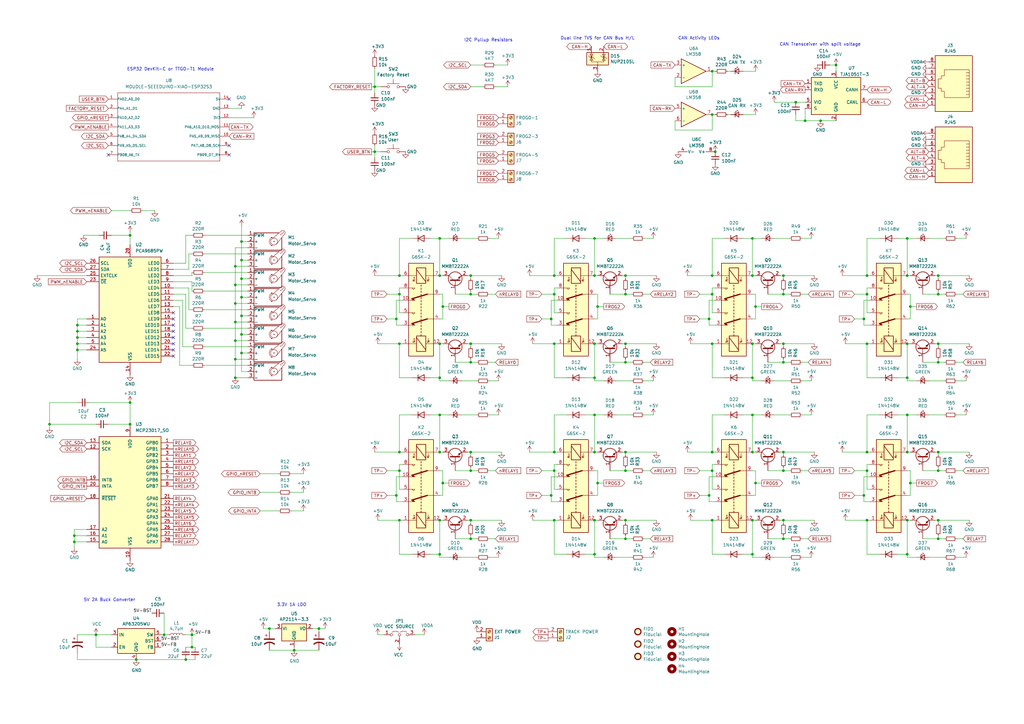
<source format=kicad_sch>
(kicad_sch (version 20231120) (generator "eeschema") (generator_version "8.0")
  (paper "A3")
  (title_block (title "ESP32 OpenLCB Turnout Controller") (date "2024-08-05") (rev "1.0"))
  (junction (at 256.54 193.04))
  (junction (at 163.83 185.42))
  (junction (at 243.84 170.18))
  (junction (at 227.33 140.97))
  (junction (at 227.33 193.04))
  (junction (at 243.84 113.03))
  (junction (at 243.84 185.42))
  (junction (at 31.75 140.97))
  (junction (at 193.04 213.36))
  (junction (at 180.34 227.33))
  (junction (at 372.11 113.03))
  (junction (at 243.84 227.33))
  (junction (at 384.81 193.04))
  (junction (at 326.39 41.91))
  (junction (at 256.54 220.98))
  (junction (at 245.11 198.12))
  (junction (at 372.11 213.36))
  (junction (at 78.74 260.35))
  (junction (at 384.81 148.59))
  (junction (at 31.75 135.89))
  (junction (at 20.32 173.99))
  (junction (at 292.1 113.03))
  (junction (at 292.1 193.04))
  (junction (at 290.83 203.2))
  (junction (at 53.34 165.1))
  (junction (at 99.06 144.78))
  (junction (at 53.34 96.52))
  (junction (at 384.81 213.36))
  (junction (at 373.38 198.12))
  (junction (at 99.06 114.3))
  (junction (at 163.83 193.04))
  (junction (at 292.1 120.65))
  (junction (at 373.38 125.73))
  (junction (at 243.84 140.97))
  (junction (at 355.6 193.04))
  (junction (at 342.9 26.67))
  (junction (at 384.81 185.42))
  (junction (at 163.83 120.65))
  (junction (at 162.56 130.81))
  (junction (at 330.2 49.53))
  (junction (at 193.04 120.65))
  (junction (at 99.06 106.68))
  (junction (at 162.56 203.2))
  (junction (at 321.31 148.59))
  (junction (at 355.6 113.03))
  (junction (at 163.83 213.36))
  (junction (at 226.06 203.2))
  (junction (at 193.04 193.04))
  (junction (at 290.83 130.81))
  (junction (at 372.11 140.97))
  (junction (at 321.31 140.97))
  (junction (at 163.83 113.03))
  (junction (at 384.81 220.98))
  (junction (at 193.04 113.03))
  (junction (at 292.1 185.42))
  (junction (at 163.83 140.97))
  (junction (at 130.81 257.81))
  (junction (at 31.75 138.43))
  (junction (at 308.61 185.42))
  (junction (at 227.33 185.42))
  (junction (at 384.81 113.03))
  (junction (at 354.33 203.2))
  (junction (at 180.34 97.79))
  (junction (at 180.34 185.42))
  (junction (at 181.61 198.12))
  (junction (at 354.33 130.81))
  (junction (at 180.34 140.97))
  (junction (at 96.52 132.08))
  (junction (at 372.11 154.94))
  (junction (at 227.33 120.65))
  (junction (at 180.34 113.03))
  (junction (at 227.33 113.03))
  (junction (at 309.88 125.73))
  (junction (at 292.1 46.99))
  (junction (at 308.61 227.33))
  (junction (at 30.48 222.25))
  (junction (at 153.67 35.56))
  (junction (at 245.11 125.73))
  (junction (at 30.48 219.71))
  (junction (at 308.61 97.79))
  (junction (at 243.84 154.94))
  (junction (at 67.31 260.35))
  (junction (at 308.61 140.97))
  (junction (at 110.49 257.81))
  (junction (at 372.11 185.42))
  (junction (at 96.52 139.7))
  (junction (at 227.33 213.36))
  (junction (at 308.61 113.03))
  (junction (at 355.6 185.42))
  (junction (at 39.37 260.35))
  (junction (at 180.34 154.94))
  (junction (at 31.75 143.51))
  (junction (at 336.55 49.53))
  (junction (at 99.06 121.92))
  (junction (at 372.11 97.79))
  (junction (at 321.31 193.04))
  (junction (at 372.11 227.33))
  (junction (at 256.54 185.42))
  (junction (at 180.34 213.36))
  (junction (at 308.61 154.94))
  (junction (at 96.52 116.84))
  (junction (at 96.52 124.46))
  (junction (at 193.04 148.59))
  (junction (at 180.34 170.18))
  (junction (at 355.6 140.97))
  (junction (at 256.54 113.03))
  (junction (at 193.04 185.42))
  (junction (at 243.84 213.36))
  (junction (at 321.31 220.98))
  (junction (at 321.31 185.42))
  (junction (at 120.65 266.7))
  (junction (at 384.81 120.65))
  (junction (at 321.31 120.65))
  (junction (at 355.6 213.36))
  (junction (at 53.34 173.99))
  (junction (at 384.81 140.97))
  (junction (at 321.31 113.03))
  (junction (at 96.52 109.22))
  (junction (at 193.04 140.97))
  (junction (at 153.67 62.23))
  (junction (at 292.1 29.21))
  (junction (at 226.06 130.81))
  (junction (at 292.1 213.36))
  (junction (at 308.61 170.18))
  (junction (at 355.6 120.65))
  (junction (at 308.61 213.36))
  (junction (at 321.31 213.36))
  (junction (at 372.11 170.18))
  (junction (at 31.75 133.35))
  (junction (at 243.84 97.79))
  (junction (at 292.1 140.97))
  (junction (at 96.52 154.94))
  (junction (at 181.61 125.73))
  (junction (at 309.88 198.12))
  (junction (at 99.06 129.54))
  (junction (at 256.54 213.36))
  (junction (at 293.37 62.23))
  (junction (at 193.04 220.98))
  (junction (at 256.54 120.65))
  (junction (at 96.52 147.32))
  (junction (at 55.88 270.51))
  (junction (at 76.2 270.51))
  (junction (at 99.06 137.16))
  (junction (at 78.74 265.43))
  (junction (at 99.06 99.06))
  (junction (at 256.54 140.97))
  (junction (at 256.54 148.59))
  (no_connect (at 93.98 63.5))
  (no_connect (at 71.12 140.97))
  (no_connect (at 44.45 63.5))
  (no_connect (at 93.98 59.69))
  (no_connect (at 71.12 135.89))
  (no_connect (at 71.12 138.43))
  (no_connect (at 71.12 143.51))
  (no_connect (at 71.12 146.05))
  (no_connect (at 71.12 128.27))
  (no_connect (at 71.12 130.81))
  (no_connect (at 93.98 40.64))
  (no_connect (at 71.12 133.35))
  (wire (pts (xy 203.2 35.56) (xy 208.28 35.56)))
  (wire (pts (xy 180.34 185.42) (xy 181.61 185.42)))
  (wire (pts (xy 252.73 97.79) (xy 259.08 97.79)))
  (wire (pts (xy 228.6 133.35) (xy 226.06 133.35)))
  (wire (pts (xy 227.33 97.79) (xy 232.41 97.79)))
  (wire (pts (xy 200.66 148.59) (xy 203.2 148.59)))
  (wire (pts (xy 372.11 120.65) (xy 373.38 120.65)))
  (wire (pts (xy 193.04 193.04) (xy 193.04 191.77)))
  (wire (pts (xy 256.54 193.04) (xy 256.54 191.77)))
  (wire (pts (xy 384.81 148.59) (xy 384.81 147.32)))
  (wire (pts (xy 181.61 130.81) (xy 181.61 125.73)))
  (wire (pts (xy 356.87 133.35) (xy 354.33 133.35)))
  (wire (pts (xy 320.04 185.42) (xy 321.31 185.42)))
  (wire (pts (xy 73.66 149.86) (xy 78.74 149.86)))
  (wire (pts (xy 184.15 228.6) (xy 180.34 228.6)))
  (wire (pts (xy 384.81 140.97) (xy 397.51 140.97)))
  (wire (pts (xy 354.33 195.58) (xy 354.33 203.2)))
  (wire (pts (xy 383.54 113.03) (xy 384.81 113.03)))
  (wire (pts (xy 243.84 97.79) (xy 247.65 97.79)))
  (wire (pts (xy 153.67 59.69) (xy 153.67 62.23)))
  (wire (pts (xy 152.4 62.23) (xy 153.67 62.23)))
  (wire (pts (xy 163.83 97.79) (xy 168.91 97.79)))
  (wire (pts (xy 360.68 154.94) (xy 355.6 154.94)))
  (wire (pts (xy 320.04 140.97) (xy 321.31 140.97)))
  (wire (pts (xy 384.81 220.98) (xy 387.35 220.98)))
  (wire (pts (xy 228.6 190.5) (xy 227.33 190.5)))
  (wire (pts (xy 287.02 130.81) (xy 290.83 130.81)))
  (wire (pts (xy 200.66 228.6) (xy 204.47 228.6)))
  (wire (pts (xy 227.33 120.65) (xy 227.33 128.27)))
  (wire (pts (xy 356.87 200.66) (xy 355.6 200.66)))
  (wire (pts (xy 163.83 227.33) (xy 163.83 213.36)))
  (wire (pts (xy 184.15 156.21) (xy 180.34 156.21)))
  (wire (pts (xy 101.6 124.46) (xy 96.52 124.46)))
  (wire (pts (xy 292.1 46.99) (xy 292.1 53.34)))
  (wire (pts (xy 264.16 193.04) (xy 266.7 193.04)))
  (wire (pts (xy 378.46 193.04) (xy 384.81 193.04)))
  (wire (pts (xy 243.84 156.21) (xy 243.84 154.94)))
  (wire (pts (xy 165.1 195.58) (xy 162.56 195.58)))
  (wire (pts (xy 189.23 228.6) (xy 195.58 228.6)))
  (wire (pts (xy 372.11 227.33) (xy 372.11 213.36)))
  (wire (pts (xy 356.87 195.58) (xy 354.33 195.58)))
  (wire (pts (xy 83.82 134.62) (xy 101.6 134.62)))
  (wire (pts (xy 74.93 142.24) (xy 78.74 142.24)))
  (wire (pts (xy 157.48 260.35) (xy 154.94 260.35)))
  (wire (pts (xy 96.52 132.08) (xy 96.52 139.7)))
  (wire (pts (xy 180.34 156.21) (xy 180.34 154.94)))
  (wire (pts (xy 189.23 156.21) (xy 195.58 156.21)))
  (wire (pts (xy 304.8 97.79) (xy 308.61 97.79)))
  (wire (pts (xy 321.31 120.65) (xy 321.31 119.38)))
  (wire (pts (xy 330.2 49.53) (xy 336.55 49.53)))
  (wire (pts (xy 152.4 35.56) (xy 153.67 35.56)))
  (wire (pts (xy 217.17 185.42) (xy 227.33 185.42)))
  (wire (pts (xy 292.1 29.21) (xy 292.1 35.56)))
  (wire (pts (xy 96.52 101.6) (xy 96.52 109.22)))
  (wire (pts (xy 176.53 154.94) (xy 180.34 154.94)))
  (wire (pts (xy 250.19 193.04) (xy 256.54 193.04)))
  (wire (pts (xy 309.88 198.12) (xy 312.42 198.12)))
  (wire (pts (xy 354.33 205.74) (xy 354.33 203.2)))
  (wire (pts (xy 250.19 220.98) (xy 256.54 220.98)))
  (wire (pts (xy 355.6 170.18) (xy 355.6 185.42)))
  (wire (pts (xy 243.84 213.36) (xy 245.11 213.36)))
  (wire (pts (xy 383.54 185.42) (xy 384.81 185.42)))
  (wire (pts (xy 153.67 35.56) (xy 153.67 38.1)))
  (wire (pts (xy 342.9 26.67) (xy 340.36 26.67)))
  (wire (pts (xy 226.06 133.35) (xy 226.06 130.81)))
  (wire (pts (xy 304.8 46.99) (xy 309.88 46.99)))
  (wire (pts (xy 356.87 128.27) (xy 355.6 128.27)))
  (wire (pts (xy 355.6 170.18) (xy 360.68 170.18)))
  (wire (pts (xy 373.38 120.65) (xy 373.38 125.73)))
  (wire (pts (xy 372.11 170.18) (xy 372.11 185.42)))
  (wire (pts (xy 110.49 266.7) (xy 120.65 266.7)))
  (wire (pts (xy 181.61 198.12) (xy 184.15 198.12)))
  (wire (pts (xy 227.33 154.94) (xy 227.33 140.97)))
  (wire (pts (xy 240.03 170.18) (xy 243.84 170.18)))
  (wire (pts (xy 264.16 97.79) (xy 267.97 97.79)))
  (wire (pts (xy 101.6 116.84) (xy 96.52 116.84)))
  (wire (pts (xy 227.33 185.42) (xy 228.6 185.42)))
  (wire (pts (xy 101.6 101.6) (xy 96.52 101.6)))
  (wire (pts (xy 93.98 44.45) (xy 99.06 44.45)))
  (wire (pts (xy 193.04 120.65) (xy 193.04 119.38)))
  (wire (pts (xy 292.1 120.65) (xy 292.1 128.27)))
  (wire (pts (xy 350.52 130.81) (xy 354.33 130.81)))
  (wire (pts (xy 153.67 62.23) (xy 156.21 62.23)))
  (wire (pts (xy 83.82 96.52) (xy 101.6 96.52)))
  (wire (pts (xy 163.83 118.11) (xy 163.83 120.65)))
  (wire (pts (xy 226.06 205.74) (xy 226.06 203.2)))
  (wire (pts (xy 99.06 137.16) (xy 99.06 129.54)))
  (wire (pts (xy 256.54 186.69) (xy 256.54 185.42)))
  (wire (pts (xy 243.84 154.94) (xy 243.84 140.97)))
  (wire (pts (xy 373.38 193.04) (xy 373.38 198.12)))
  (wire (pts (xy 392.43 193.04) (xy 394.97 193.04)))
  (wire (pts (xy 292.1 113.03) (xy 293.37 113.03)))
  (wire (pts (xy 314.96 220.98) (xy 321.31 220.98)))
  (wire (pts (xy 130.81 266.7) (xy 120.65 266.7)))
  (wire (pts (xy 368.3 170.18) (xy 372.11 170.18)))
  (wire (pts (xy 372.11 140.97) (xy 373.38 140.97)))
  (wire (pts (xy 180.34 154.94) (xy 180.34 140.97)))
  (wire (pts (xy 320.04 213.36) (xy 321.31 213.36)))
  (wire (pts (xy 309.88 203.2) (xy 309.88 198.12)))
  (wire (pts (xy 240.03 227.33) (xy 243.84 227.33)))
  (wire (pts (xy 287.02 120.65) (xy 292.1 120.65)))
  (wire (pts (xy 245.11 198.12) (xy 247.65 198.12)))
  (wire (pts (xy 355.6 113.03) (xy 356.87 113.03)))
  (wire (pts (xy 309.88 120.65) (xy 309.88 125.73)))
  (wire (pts (xy 31.75 143.51) (xy 31.75 147.32)))
  (wire (pts (xy 381 228.6) (xy 387.35 228.6)))
  (wire (pts (xy 180.34 130.81) (xy 181.61 130.81)))
  (wire (pts (xy 381 156.21) (xy 387.35 156.21)))
  (wire (pts (xy 35.56 135.89) (xy 31.75 135.89)))
  (wire (pts (xy 255.27 213.36) (xy 256.54 213.36)))
  (wire (pts (xy 101.6 129.54) (xy 99.06 129.54)))
  (wire (pts (xy 101.6 144.78) (xy 99.06 144.78)))
  (wire (pts (xy 35.56 219.71) (xy 30.48 219.71)))
  (wire (pts (xy 308.61 227.33) (xy 308.61 213.36)))
  (wire (pts (xy 78.74 260.35) (xy 78.74 265.43)))
  (wire (pts (xy 255.27 113.03) (xy 256.54 113.03)))
  (wire (pts (xy 293.37 195.58) (xy 290.83 195.58)))
  (wire (pts (xy 392.43 148.59) (xy 394.97 148.59)))
  (wire (pts (xy 78.74 115.57) (xy 78.74 119.38)))
  (wire (pts (xy 99.06 129.54) (xy 99.06 121.92)))
  (wire (pts (xy 106.68 194.31) (xy 114.3 194.31)))
  (wire (pts (xy 101.6 99.06) (xy 99.06 99.06)))
  (wire (pts (xy 381 170.18) (xy 387.35 170.18)))
  (wire (pts (xy 227.33 118.11) (xy 227.33 120.65)))
  (wire (pts (xy 165.1 205.74) (xy 162.56 205.74)))
  (wire (pts (xy 193.04 148.59) (xy 195.58 148.59)))
  (wire (pts (xy 292.1 213.36) (xy 293.37 213.36)))
  (wire (pts (xy 392.43 170.18) (xy 396.24 170.18)))
  (wire (pts (xy 158.75 120.65) (xy 163.83 120.65)))
  (wire (pts (xy 162.56 123.19) (xy 162.56 130.81)))
  (wire (pts (xy 356.87 190.5) (xy 355.6 190.5)))
  (wire (pts (xy 328.93 97.79) (xy 332.74 97.79)))
  (wire (pts (xy 321.31 220.98) (xy 323.85 220.98)))
  (wire (pts (xy 256.54 120.65) (xy 259.08 120.65)))
  (wire (pts (xy 101.6 121.92) (xy 99.06 121.92)))
  (wire (pts (xy 162.56 205.74) (xy 162.56 203.2)))
  (wire (pts (xy 76.2 265.43) (xy 78.74 265.43)))
  (wire (pts (xy 281.94 113.03) (xy 292.1 113.03)))
  (wire (pts (xy 74.93 123.19) (xy 74.93 142.24)))
  (wire (pts (xy 193.04 26.67) (xy 198.12 26.67)))
  (wire (pts (xy 321.31 214.63) (xy 321.31 213.36)))
  (wire (pts (xy 80.01 270.51) (xy 76.2 270.51)))
  (wire (pts (xy 255.27 185.42) (xy 256.54 185.42)))
  (wire (pts (xy 153.67 113.03) (xy 163.83 113.03)))
  (wire (pts (xy 96.52 109.22) (xy 96.52 116.84)))
  (wire (pts (xy 292.1 193.04) (xy 292.1 200.66)))
  (wire (pts (xy 243.84 120.65) (xy 245.11 120.65)))
  (wire (pts (xy 264.16 170.18) (xy 267.97 170.18)))
  (wire (pts (xy 110.49 257.81) (xy 110.49 259.08)))
  (wire (pts (xy 383.54 213.36) (xy 384.81 213.36)))
  (wire (pts (xy 189.23 97.79) (xy 195.58 97.79)))
  (wire (pts (xy 264.16 156.21) (xy 267.97 156.21)))
  (wire (pts (xy 256.54 140.97) (xy 269.24 140.97)))
  (wire (pts (xy 193.04 220.98) (xy 195.58 220.98)))
  (wire (pts (xy 328.93 228.6) (xy 332.74 228.6)))
  (wire (pts (xy 317.5 156.21) (xy 323.85 156.21)))
  (wire (pts (xy 243.84 113.03) (xy 245.11 113.03)))
  (wire (pts (xy 180.34 227.33) (xy 180.34 213.36)))
  (wire (pts (xy 83.82 142.24) (xy 101.6 142.24)))
  (wire (pts (xy 77.47 104.14) (xy 78.74 104.14)))
  (wire (pts (xy 200.66 220.98) (xy 203.2 220.98)))
  (wire (pts (xy 228.6 205.74) (xy 226.06 205.74)))
  (wire (pts (xy 218.44 140.97) (xy 227.33 140.97)))
  (wire (pts (xy 193.04 35.56) (xy 198.12 35.56)))
  (wire (pts (xy 304.8 154.94) (xy 308.61 154.94)))
  (wire (pts (xy 153.67 35.56) (xy 156.21 35.56)))
  (wire (pts (xy 77.47 118.11) (xy 77.47 127)))
  (wire (pts (xy 180.34 170.18) (xy 184.15 170.18)))
  (wire (pts (xy 228.6 118.11) (xy 227.33 118.11)))
  (wire (pts (xy 83.82 149.86) (xy 101.6 149.86)))
  (wire (pts (xy 181.61 120.65) (xy 181.61 125.73)))
  (wire (pts (xy 308.61 203.2) (xy 309.88 203.2)))
  (wire (pts (xy 317.5 228.6) (xy 323.85 228.6)))
  (wire (pts (xy 256.54 142.24) (xy 256.54 140.97)))
  (wire (pts (xy 378.46 220.98) (xy 384.81 220.98)))
  (wire (pts (xy 30.48 222.25) (xy 30.48 224.79)))
  (wire (pts (xy 186.69 193.04) (xy 193.04 193.04)))
  (wire (pts (xy 83.82 119.38) (xy 101.6 119.38)))
  (wire (pts (xy 99.06 144.78) (xy 99.06 137.16)))
  (wire (pts (xy 355.6 118.11) (xy 355.6 120.65)))
  (wire (pts (xy 226.06 195.58) (xy 226.06 203.2)))
  (wire (pts (xy 355.6 193.04) (xy 355.6 200.66)))
  (wire (pts (xy 153.67 62.23) (xy 153.67 64.77)))
  (wire (pts (xy 227.33 213.36) (xy 228.6 213.36)))
  (wire (pts (xy 355.6 97.79) (xy 360.68 97.79)))
  (wire (pts (xy 373.38 203.2) (xy 373.38 198.12)))
  (wire (pts (xy 293.37 118.11) (xy 292.1 118.11)))
  (wire (pts (xy 247.65 228.6) (xy 243.84 228.6)))
  (wire (pts (xy 356.87 118.11) (xy 355.6 118.11)))
  (wire (pts (xy 76.2 107.95) (xy 71.12 107.95)))
  (wire (pts (xy 73.66 125.73) (xy 73.66 149.86)))
  (wire (pts (xy 35.56 143.51) (xy 31.75 143.51)))
  (wire (pts (xy 350.52 120.65) (xy 355.6 120.65)))
  (wire (pts (xy 83.82 104.14) (xy 101.6 104.14)))
  (wire (pts (xy 39.37 260.35) (xy 31.75 260.35)))
  (wire (pts (xy 200.66 120.65) (xy 203.2 120.65)))
  (wire (pts (xy 256.54 148.59) (xy 256.54 147.32)))
  (wire (pts (xy 154.94 140.97) (xy 163.83 140.97)))
  (wire (pts (xy 252.73 156.21) (xy 259.08 156.21)))
  (wire (pts (xy 200.66 170.18) (xy 204.47 170.18)))
  (wire (pts (xy 372.11 228.6) (xy 372.11 227.33)))
  (wire (pts (xy 232.41 154.94) (xy 227.33 154.94)))
  (wire (pts (xy 243.84 170.18) (xy 247.65 170.18)))
  (wire (pts (xy 191.77 213.36) (xy 193.04 213.36)))
  (wire (pts (xy 243.84 130.81) (xy 245.11 130.81)))
  (wire (pts (xy 130.81 257.81) (xy 130.81 259.08)))
  (wire (pts (xy 96.52 147.32) (xy 96.52 154.94)))
  (wire (pts (xy 308.61 140.97) (xy 309.88 140.97)))
  (wire (pts (xy 292.1 140.97) (xy 293.37 140.97)))
  (wire (pts (xy 287.02 193.04) (xy 292.1 193.04)))
  (wire (pts (xy 15.24 113.03) (xy 35.56 113.03)))
  (wire (pts (xy 384.81 193.04) (xy 387.35 193.04)))
  (wire (pts (xy 308.61 193.04) (xy 309.88 193.04)))
  (wire (pts (xy 309.88 193.04) (xy 309.88 198.12)))
  (wire (pts (xy 392.43 120.65) (xy 394.97 120.65)))
  (wire (pts (xy 193.04 193.04) (xy 195.58 193.04)))
  (wire (pts (xy 250.19 120.65) (xy 256.54 120.65)))
  (wire (pts (xy 292.1 185.42) (xy 293.37 185.42)))
  (wire (pts (xy 99.06 99.06) (xy 99.06 106.68)))
  (wire (pts (xy 383.54 140.97) (xy 384.81 140.97)))
  (wire (pts (xy 292.1 118.11) (xy 292.1 120.65)))
  (wire (pts (xy 96.52 154.94) (xy 101.6 154.94)))
  (wire (pts (xy 292.1 170.18) (xy 297.18 170.18)))
  (wire (pts (xy 113.03 257.81) (xy 110.49 257.81)))
  (wire (pts (xy 350.52 193.04) (xy 355.6 193.04)))
  (wire (pts (xy 77.47 110.49) (xy 71.12 110.49)))
  (wire (pts (xy 345.44 113.03) (xy 355.6 113.03)))
  (wire (pts (xy 20.32 173.99) (xy 20.32 175.26)))
  (wire (pts (xy 163.83 154.94) (xy 163.83 140.97)))
  (wire (pts (xy 101.6 147.32) (xy 96.52 147.32)))
  (wire (pts (xy 106.68 209.55) (xy 114.3 209.55)))
  (wire (pts (xy 328.93 193.04) (xy 331.47 193.04)))
  (wire (pts (xy 308.61 170.18) (xy 308.61 185.42)))
  (wire (pts (xy 181.61 125.73) (xy 184.15 125.73)))
  (wire (pts (xy 321.31 213.36) (xy 334.01 213.36)))
  (wire (pts (xy 372.11 185.42) (xy 373.38 185.42)))
  (wire (pts (xy 71.12 115.57) (xy 78.74 115.57)))
  (wire (pts (xy 20.32 165.1) (xy 20.32 173.99)))
  (wire (pts (xy 375.92 228.6) (xy 372.11 228.6)))
  (wire (pts (xy 372.11 130.81) (xy 373.38 130.81)))
  (wire (pts (xy 228.6 200.66) (xy 227.33 200.66)))
  (wire (pts (xy 384.81 148.59) (xy 387.35 148.59)))
  (wire (pts (xy 101.6 137.16) (xy 99.06 137.16)))
  (wire (pts (xy 356.87 205.74) (xy 354.33 205.74)))
  (wire (pts (xy 308.61 213.36) (xy 309.88 213.36)))
  (wire (pts (xy 176.53 97.79) (xy 180.34 97.79)))
  (wire (pts (xy 372.11 154.94) (xy 372.11 140.97)))
  (wire (pts (xy 227.33 140.97) (xy 228.6 140.97)))
  (wire (pts (xy 368.3 227.33) (xy 372.11 227.33)))
  (wire (pts (xy 346.71 213.36) (xy 355.6 213.36)))
  (wire (pts (xy 293.37 190.5) (xy 292.1 190.5)))
  (wire (pts (xy 309.88 130.81) (xy 309.88 125.73)))
  (wire (pts (xy 326.39 46.99) (xy 326.39 49.53)))
  (wire (pts (xy 293.37 123.19) (xy 290.83 123.19)))
  (wire (pts (xy 181.61 203.2) (xy 181.61 198.12)))
  (wire (pts (xy 372.11 193.04) (xy 373.38 193.04)))
  (wire (pts (xy 243.84 97.79) (xy 243.84 113.03)))
  (wire (pts (xy 299.72 29.21) (xy 298.45 29.21)))
  (wire (pts (xy 372.11 203.2) (xy 373.38 203.2)))
  (wire (pts (xy 165.1 123.19) (xy 162.56 123.19)))
  (wire (pts (xy 67.31 260.35) (xy 67.31 251.46)))
  (wire (pts (xy 312.42 156.21) (xy 308.61 156.21)))
  (wire (pts (xy 308.61 228.6) (xy 308.61 227.33)))
  (wire (pts (xy 186.69 220.98) (xy 193.04 220.98)))
  (wire (pts (xy 101.6 152.4) (xy 99.06 152.4)))
  (wire (pts (xy 384.81 220.98) (xy 384.81 219.71)))
  (wire (pts (xy 227.33 227.33) (xy 227.33 213.36)))
  (wire (pts (xy 354.33 123.19) (xy 354.33 130.81)))
  (wire (pts (xy 392.43 97.79) (xy 396.24 97.79)))
  (wire (pts (xy 354.33 133.35) (xy 354.33 130.81)))
  (wire (pts (xy 276.86 35.56) (xy 276.86 31.75)))
  (wire (pts (xy 168.91 154.94) (xy 163.83 154.94)))
  (wire (pts (xy 44.45 173.99) (xy 53.34 173.99)))
  (wire (pts (xy 256.54 185.42) (xy 269.24 185.42)))
  (wire (pts (xy 292.1 170.18) (xy 292.1 185.42)))
  (wire (pts (xy 350.52 203.2) (xy 354.33 203.2)))
  (wire (pts (xy 71.12 125.73) (xy 73.66 125.73)))
  (wire (pts (xy 256.54 113.03) (xy 269.24 113.03)))
  (wire (pts (xy 328.93 220.98) (xy 331.47 220.98)))
  (wire (pts (xy 163.83 213.36) (xy 165.1 213.36)))
  (wire (pts (xy 193.04 185.42) (xy 205.74 185.42)))
  (wire (pts (xy 30.48 217.17) (xy 30.48 219.71)))
  (wire (pts (xy 180.34 193.04) (xy 181.61 193.04)))
  (wire (pts (xy 228.6 128.27) (xy 227.33 128.27)))
  (wire (pts (xy 287.02 203.2) (xy 290.83 203.2)))
  (wire (pts (xy 163.83 170.18) (xy 168.91 170.18)))
  (wire (pts (xy 180.34 97.79) (xy 180.34 113.03)))
  (wire (pts (xy 240.03 154.94) (xy 243.84 154.94)))
  (wire (pts (xy 106.68 201.93) (xy 114.3 201.93)))
  (wire (pts (xy 243.84 170.18) (xy 243.84 185.42)))
  (wire (pts (xy 53.34 95.25) (xy 53.34 96.52)))
  (wire (pts (xy 292.1 97.79) (xy 292.1 113.03)))
  (wire (pts (xy 119.38 209.55) (xy 124.46 209.55)))
  (wire (pts (xy 83.82 127) (xy 101.6 127)))
  (wire (pts (xy 384.81 214.63) (xy 384.81 213.36)))
  (wire (pts (xy 31.75 135.89) (xy 31.75 138.43)))
  (wire (pts (xy 154.94 213.36) (xy 163.83 213.36)))
  (wire (pts (xy 162.56 133.35) (xy 162.56 130.81)))
  (wire (pts (xy 180.34 170.18) (xy 180.34 185.42)))
  (wire (pts (xy 203.2 26.67) (xy 208.28 26.67)))
  (wire (pts (xy 163.83 120.65) (xy 163.83 128.27)))
  (wire (pts (xy 247.65 156.21) (xy 243.84 156.21)))
  (wire (pts (xy 384.81 185.42) (xy 397.51 185.42)))
  (wire (pts (xy 308.61 156.21) (xy 308.61 154.94)))
  (wire (pts (xy 227.33 97.79) (xy 227.33 113.03)))
  (wire (pts (xy 158.75 130.81) (xy 162.56 130.81)))
  (wire (pts (xy 31.75 138.43) (xy 31.75 140.97)))
  (wire (pts (xy 292.1 190.5) (xy 292.1 193.04)))
  (wire (pts (xy 330.2 44.45) (xy 330.2 49.53)))
  (wire (pts (xy 93.98 48.26) (xy 104.14 48.26)))
  (wire (pts (xy 314.96 148.59) (xy 321.31 148.59)))
  (wire (pts (xy 308.61 97.79) (xy 312.42 97.79)))
  (wire (pts (xy 180.34 213.36) (xy 181.61 213.36)))
  (wire (pts (xy 384.81 193.04) (xy 384.81 191.77)))
  (wire (pts (xy 292.1 97.79) (xy 297.18 97.79)))
  (wire (pts (xy 71.12 113.03) (xy 78.74 113.03)))
  (wire (pts (xy 245.11 120.65) (xy 245.11 125.73)))
  (wire (pts (xy 292.1 227.33) (xy 292.1 213.36)))
  (wire (pts (xy 378.46 148.59) (xy 384.81 148.59)))
  (wire (pts (xy 200.66 156.21) (xy 204.47 156.21)))
  (wire (pts (xy 243.84 140.97) (xy 245.11 140.97)))
  (wire (pts (xy 77.47 127) (xy 78.74 127)))
  (wire (pts (xy 163.83 97.79) (xy 163.83 113.03)))
  (wire (pts (xy 170.18 260.35) (xy 173.99 260.35)))
  (wire (pts (xy 392.43 228.6) (xy 396.24 228.6)))
  (wire (pts (xy 66.04 260.35) (xy 67.31 260.35)))
  (wire (pts (xy 384.81 120.65) (xy 387.35 120.65)))
  (wire (pts (xy 119.38 201.93) (xy 124.46 201.93)))
  (wire (pts (xy 191.77 185.42) (xy 193.04 185.42)))
  (wire (pts (xy 373.38 198.12) (xy 375.92 198.12)))
  (wire (pts (xy 392.43 156.21) (xy 396.24 156.21)))
  (wire (pts (xy 292.1 35.56) (xy 276.86 35.56)))
  (wire (pts (xy 256.54 193.04) (xy 259.08 193.04)))
  (wire (pts (xy 96.52 139.7) (xy 96.52 147.32)))
  (wire (pts (xy 35.56 217.17) (xy 30.48 217.17)))
  (wire (pts (xy 372.11 170.18) (xy 375.92 170.18)))
  (wire (pts (xy 355.6 154.94) (xy 355.6 140.97)))
  (wire (pts (xy 227.33 170.18) (xy 232.41 170.18)))
  (wire (pts (xy 193.04 214.63) (xy 193.04 213.36)))
  (wire (pts (xy 101.6 132.08) (xy 96.52 132.08)))
  (wire (pts (xy 186.69 148.59) (xy 193.04 148.59)))
  (wire (pts (xy 308.61 185.42) (xy 309.88 185.42)))
  (wire (pts (xy 342.9 49.53) (xy 336.55 49.53)))
  (wire (pts (xy 381 97.79) (xy 387.35 97.79)))
  (wire (pts (xy 226.06 123.19) (xy 226.06 130.81)))
  (wire (pts (xy 193.04 186.69) (xy 193.04 185.42)))
  (wire (pts (xy 256.54 114.3) (xy 256.54 113.03)))
  (wire (pts (xy 372.11 113.03) (xy 373.38 113.03)))
  (wire (pts (xy 245.11 130.81) (xy 245.11 125.73)))
  (wire (pts (xy 281.94 185.42) (xy 292.1 185.42)))
  (wire (pts (xy 304.8 227.33) (xy 308.61 227.33)))
  (wire (pts (xy 243.84 227.33) (xy 243.84 213.36)))
  (wire (pts (xy 314.96 120.65) (xy 321.31 120.65)))
  (wire (pts (xy 384.81 120.65) (xy 384.81 119.38)))
  (wire (pts (xy 76.2 96.52) (xy 78.74 96.52)))
  (wire (pts (xy 222.25 130.81) (xy 226.06 130.81)))
  (wire (pts (xy 375.92 156.21) (xy 372.11 156.21)))
  (wire (pts (xy 368.3 97.79) (xy 372.11 97.79)))
  (wire (pts (xy 293.37 29.21) (xy 292.1 29.21)))
  (wire (pts (xy 293.37 205.74) (xy 290.83 205.74)))
  (wire (pts (xy 78.74 265.43) (xy 80.01 265.43)))
  (wire (pts (xy 290.83 123.19) (xy 290.83 130.81)))
  (wire (pts (xy 176.53 170.18) (xy 180.34 170.18)))
  (wire (pts (xy 193.04 213.36) (xy 205.74 213.36)))
  (wire (pts (xy 297.18 227.33) (xy 292.1 227.33)))
  (wire (pts (xy 293.37 128.27) (xy 292.1 128.27)))
  (wire (pts (xy 163.83 193.04) (xy 163.83 200.66)))
  (wire (pts (xy 256.54 220.98) (xy 256.54 219.71)))
  (wire (pts (xy 180.34 113.03) (xy 181.61 113.03)))
  (wire (pts (xy 308.61 113.03) (xy 309.88 113.03)))
  (wire (pts (xy 193.04 114.3) (xy 193.04 113.03)))
  (wire (pts (xy 71.12 123.19) (xy 74.93 123.19)))
  (wire (pts (xy 181.61 193.04) (xy 181.61 198.12)))
  (wire (pts (xy 35.56 138.43) (xy 31.75 138.43)))
  (wire (pts (xy 99.06 114.3) (xy 99.06 106.68)))
  (wire (pts (xy 317.5 97.79) (xy 323.85 97.79)))
  (wire (pts (xy 31.75 133.35) (xy 31.75 135.89)))
  (wire (pts (xy 360.68 227.33) (xy 355.6 227.33)))
  (wire (pts (xy 130.81 257.81) (xy 133.35 257.81)))
  (wire (pts (xy 256.54 148.59) (xy 259.08 148.59)))
  (wire (pts (xy 252.73 170.18) (xy 259.08 170.18)))
  (wire (pts (xy 165.1 200.66) (xy 163.83 200.66)))
  (wire (pts (xy 328.93 120.65) (xy 331.47 120.65)))
  (wire (pts (xy 45.72 96.52) (xy 53.34 96.52)))
  (wire (pts (xy 330.2 41.91) (xy 326.39 41.91)))
  (wire (pts (xy 250.19 148.59) (xy 256.54 148.59)))
  (wire (pts (xy 193.04 142.24) (xy 193.04 140.97)))
  (wire (pts (xy 180.34 97.79) (xy 184.15 97.79)))
  (wire (pts (xy 228.6 195.58) (xy 226.06 195.58)))
  (wire (pts (xy 355.6 185.42) (xy 356.87 185.42)))
  (wire (pts (xy 372.11 97.79) (xy 372.11 113.03)))
  (wire (pts (xy 193.04 140.97) (xy 205.74 140.97)))
  (wire (pts (xy 384.81 113.03) (xy 397.51 113.03)))
  (wire (pts (xy 321.31 186.69) (xy 321.31 185.42)))
  (wire (pts (xy 243.84 228.6) (xy 243.84 227.33)))
  (wire (pts (xy 308.61 154.94) (xy 308.61 140.97)))
  (wire (pts (xy 227.33 113.03) (xy 228.6 113.03)))
  (wire (pts (xy 321.31 148.59) (xy 323.85 148.59)))
  (wire (pts (xy 180.34 203.2) (xy 181.61 203.2)))
  (wire (pts (xy 321.31 114.3) (xy 321.31 113.03)))
  (wire (pts (xy 321.31 148.59) (xy 321.31 147.32)))
  (wire (pts (xy 165.1 133.35) (xy 162.56 133.35)))
  (wire (pts (xy 120.65 266.7) (xy 120.65 265.43)))
  (wire (pts (xy 283.21 140.97) (xy 292.1 140.97)))
  (wire (pts (xy 256.54 214.63) (xy 256.54 213.36)))
  (wire (pts (xy 31.75 130.81) (xy 31.75 133.35)))
  (wire (pts (xy 290.83 133.35) (xy 290.83 130.81)))
  (wire (pts (xy 191.77 140.97) (xy 193.04 140.97)))
  (wire (pts (xy 243.84 203.2) (xy 245.11 203.2)))
  (wire (pts (xy 392.43 220.98) (xy 394.97 220.98)))
  (wire (pts (xy 76.2 270.51) (xy 55.88 270.51)))
  (wire (pts (xy 355.6 140.97) (xy 356.87 140.97)))
  (wire (pts (xy 227.33 193.04) (xy 227.33 200.66)))
  (wire (pts (xy 193.04 120.65) (xy 195.58 120.65)))
  (wire (pts (xy 342.9 26.67) (xy 342.9 29.21)))
  (wire (pts (xy 163.83 190.5) (xy 163.83 193.04)))
  (wire (pts (xy 308.61 130.81) (xy 309.88 130.81)))
  (wire (pts (xy 158.75 203.2) (xy 162.56 203.2)))
  (wire (pts (xy 165.1 128.27) (xy 163.83 128.27)))
  (wire (pts (xy 96.52 116.84) (xy 96.52 124.46)))
  (wire (pts (xy 297.18 154.94) (xy 292.1 154.94)))
  (wire (pts (xy 355.6 213.36) (xy 356.87 213.36)))
  (wire (pts (xy 321.31 193.04) (xy 323.85 193.04)))
  (wire (pts (xy 314.96 193.04) (xy 321.31 193.04)))
  (wire (pts (xy 217.17 113.03) (xy 227.33 113.03)))
  (wire (pts (xy 218.44 213.36) (xy 227.33 213.36)))
  (wire (pts (xy 186.69 120.65) (xy 193.04 120.65)))
  (wire (pts (xy 71.12 118.11) (xy 77.47 118.11)))
  (wire (pts (xy 162.56 195.58) (xy 162.56 203.2)))
  (wire (pts (xy 384.81 213.36) (xy 397.51 213.36)))
  (wire (pts (xy 321.31 113.03) (xy 334.01 113.03)))
  (wire (pts (xy 168.91 227.33) (xy 163.83 227.33)))
  (wire (pts (xy 222.25 120.65) (xy 227.33 120.65)))
  (wire (pts (xy 76.2 260.35) (xy 78.74 260.35)))
  (wire (pts (xy 308.61 170.18) (xy 312.42 170.18)))
  (wire (pts (xy 228.6 123.19) (xy 226.06 123.19)))
  (wire (pts (xy 31.75 270.51) (xy 31.75 267.97)))
  (wire (pts (xy 328.93 156.21) (xy 332.74 156.21)))
  (wire (pts (xy 31.75 140.97) (xy 31.75 143.51)))
  (wire (pts (xy 20.32 165.1) (xy 31.75 165.1)))
  (wire (pts (xy 308.61 97.79) (xy 308.61 113.03)))
  (wire (pts (xy 227.33 190.5) (xy 227.33 193.04)))
  (wire (pts (xy 180.34 228.6) (xy 180.34 227.33)))
  (wire (pts (xy 321.31 142.24) (xy 321.31 140.97)))
  (wire (pts (xy 355.6 190.5) (xy 355.6 193.04)))
  (wire (pts (xy 264.16 220.98) (xy 266.7 220.98)))
  (wire (pts (xy 232.41 227.33) (xy 227.33 227.33)))
  (wire (pts (xy 35.56 140.97) (xy 31.75 140.97)))
  (wire (pts (xy 255.27 140.97) (xy 256.54 140.97)))
  (wire (pts (xy 71.12 120.65) (xy 76.2 120.65)))
  (wire (pts (xy 355.6 227.33) (xy 355.6 213.36)))
  (wire (pts (xy 101.6 109.22) (xy 96.52 109.22)))
  (wire (pts (xy 76.2 134.62) (xy 78.74 134.62)))
  (wire (pts (xy 163.83 113.03) (xy 165.1 113.03)))
  (wire (pts (xy 299.72 46.99) (xy 298.45 46.99)))
  (wire (pts (xy 35.56 133.35) (xy 31.75 133.35)))
  (wire (pts (xy 243.84 185.42) (xy 245.11 185.42)))
  (wire (pts (xy 245.11 203.2) (xy 245.11 198.12)))
  (wire (pts (xy 176.53 227.33) (xy 180.34 227.33)))
  (wire (pts (xy 372.11 97.79) (xy 375.92 97.79)))
  (wire (pts (xy 39.37 260.35) (xy 45.72 260.35)))
  (wire (pts (xy 346.71 140.97) (xy 355.6 140.97)))
  (wire (pts (xy 35.56 222.25) (xy 30.48 222.25)))
  (wire (pts (xy 378.46 120.65) (xy 384.81 120.65)))
  (wire (pts (xy 264.16 120.65) (xy 266.7 120.65)))
  (wire (pts (xy 163.83 170.18) (xy 163.83 185.42)))
  (wire (pts (xy 293.37 200.66) (xy 292.1 200.66)))
  (wire (pts (xy 328.93 170.18) (xy 332.74 170.18)))
  (wire (pts (xy 283.21 213.36) (xy 292.1 213.36)))
  (wire (pts (xy 96.52 124.46) (xy 96.52 132.08)))
  (wire (pts (xy 240.03 97.79) (xy 243.84 97.79)))
  (wire (pts (xy 83.82 111.76) (xy 101.6 111.76)))
  (wire (pts (xy 101.6 106.68) (xy 99.06 106.68)))
  (wire (pts (xy 293.37 46.99) (xy 292.1 46.99)))
  (wire (pts (xy 384.81 114.3) (xy 384.81 113.03)))
  (wire (pts (xy 222.25 193.04) (xy 227.33 193.04)))
  (wire (pts (xy 165.1 118.11) (xy 163.83 118.11)))
  (wire (pts (xy 45.72 265.43) (xy 39.37 265.43)))
  (wire (pts (xy 193.04 113.03) (xy 205.74 113.03)))
  (wire (pts (xy 321.31 185.42) (xy 334.01 185.42)))
  (wire (pts (xy 35.56 130.81) (xy 31.75 130.81)))
  (wire (pts (xy 165.1 190.5) (xy 163.83 190.5)))
  (wire (pts (xy 252.73 228.6) (xy 259.08 228.6)))
  (wire (pts (xy 308.61 120.65) (xy 309.88 120.65)))
  (wire (pts (xy 78.74 260.35) (xy 80.01 260.35)))
  (wire (pts (xy 158.75 193.04) (xy 163.83 193.04)))
  (wire (pts (xy 180.34 120.65) (xy 181.61 120.65)))
  (wire (pts (xy 55.88 270.51) (xy 31.75 270.51)))
  (wire (pts (xy 193.04 148.59) (xy 193.04 147.32)))
  (wire (pts (xy 45.72 86.36) (xy 53.34 86.36)))
  (wire (pts (xy 321.31 193.04) (xy 321.31 191.77)))
  (wire (pts (xy 326.39 49.53) (xy 330.2 49.53)))
  (wire (pts (xy 34.29 96.52) (xy 40.64 96.52)))
  (wire (pts (xy 76.2 120.65) (xy 76.2 134.62)))
  (wire (pts (xy 372.11 213.36) (xy 373.38 213.36)))
  (wire (pts (xy 321.31 140.97) (xy 334.01 140.97)))
  (wire (pts (xy 222.25 203.2) (xy 226.06 203.2)))
  (wire (pts (xy 321.31 120.65) (xy 323.85 120.65)))
  (wire (pts (xy 163.83 185.42) (xy 165.1 185.42)))
  (wire (pts (xy 67.31 260.35) (xy 68.58 260.35)))
  (wire (pts (xy 304.8 170.18) (xy 308.61 170.18)))
  (wire (pts (xy 373.38 130.81) (xy 373.38 125.73)))
  (wire (pts (xy 76.2 96.52) (xy 76.2 107.95)))
  (wire (pts (xy 312.42 228.6) (xy 308.61 228.6)))
  (wire (pts (xy 99.06 99.06) (xy 99.06 92.71)))
  (wire (pts (xy 309.88 125.73) (xy 312.42 125.73)))
  (wire (pts (xy 328.93 148.59) (xy 331.47 148.59)))
  (wire (pts (xy 356.87 123.19) (xy 354.33 123.19)))
  (wire (pts (xy 227.33 170.18) (xy 227.33 185.42)))
  (wire (pts (xy 153.67 185.42) (xy 163.83 185.42)))
  (wire (pts (xy 58.42 86.36) (xy 63.5 86.36)))
  (wire (pts (xy 372.11 156.21) (xy 372.11 154.94)))
  (wire (pts (xy 243.84 193.04) (xy 245.11 193.04)))
  (wire (pts (xy 293.37 133.35) (xy 290.83 133.35)))
  (wire (pts (xy 276.86 53.34) (xy 276.86 49.53)))
  (wire (pts (xy 193.04 220.98) (xy 193.04 219.71)))
  (wire (pts (xy 317.5 170.18) (xy 323.85 170.18)))
  (wire (pts (xy 53.34 165.1) (xy 53.34 173.99)))
  (wire (pts (xy 264.16 228.6) (xy 267.97 228.6)))
  (wire (pts (xy 77.47 104.14) (xy 77.47 110.49)))
  (wire (pts (xy 355.6 120.65) (xy 355.6 128.27)))
  (wire (pts (xy 99.06 121.92) (xy 99.06 114.3)))
  (wire (pts (xy 384.81 186.69) (xy 384.81 185.42)))
  (wire (pts (xy 326.39 41.91) (xy 317.5 41.91)))
  (wire (pts (xy 345.44 185.42) (xy 355.6 185.42)))
  (wire (pts (xy 321.31 220.98) (xy 321.31 219.71)))
  (wire (pts (xy 78.74 113.03) (xy 78.74 111.76)))
  (wire (pts (xy 355.6 97.79) (xy 355.6 113.03)))
  (wire (pts (xy 128.27 257.81) (xy 130.81 257.81)))
  (wire (pts (xy 163.83 140.97) (xy 165.1 140.97)))
  (wire (pts (xy 20.32 173.99) (xy 39.37 173.99)))
  (wire (pts (xy 245.11 193.04) (xy 245.11 198.12)))
  (wire (pts (xy 200.66 97.79) (xy 204.47 97.79)))
  (wire (pts (xy 101.6 114.3) (xy 99.06 114.3)))
  (wire (pts (xy 36.83 165.1) (xy 53.34 165.1)))
  (wire (pts (xy 290.83 195.58) (xy 290.83 203.2)))
  (wire (pts (xy 292.1 154.94) (xy 292.1 140.97)))
  (wire (pts (xy 153.67 27.94) (xy 153.67 35.56)))
  (wire (pts (xy 107.95 257.81) (xy 110.49 257.81)))
  (wire (pts (xy 264.16 148.59) (xy 266.7 148.59)))
  (wire (pts (xy 368.3 154.94) (xy 372.11 154.94)))
  (wire (pts (xy 320.04 113.03) (xy 321.31 113.03)))
  (wire (pts (xy 292.1 53.34) (xy 276.86 53.34)))
  (wire (pts (xy 189.23 170.18) (xy 195.58 170.18)))
  (wire (pts (xy 180.34 140.97) (xy 181.61 140.97)))
  (wire (pts (xy 256.54 120.65) (xy 256.54 119.38)))
  (wire (pts (xy 256.54 220.98) (xy 259.08 220.98)))
  (wire (pts (xy 53.34 96.52) (xy 53.34 100.33)))
  (wire (pts (xy 119.38 194.31) (xy 124.46 194.31)))
  (wire (pts (xy 256.54 213.36) (xy 269.24 213.36)))
  (wire (pts (xy 101.6 139.7) (xy 96.52 139.7)))
  (wire (pts (xy 99.06 144.78) (xy 99.06 152.4)))
  (wire (pts (xy 30.48 219.71) (xy 30.48 222.25)))
  (wire (pts (xy 39.37 265.43) (xy 39.37 260.35)))
  (wire (pts (xy 191.77 113.03) (xy 193.04 113.03)))
  (wire (pts (xy 304.8 29.21) (xy 309.88 29.21)))
  (wire (pts (xy 290.83 205.74) (xy 290.83 203.2)))
  (wire (pts (xy 200.66 193.04) (xy 203.2 193.04)))
  (wire (pts (xy 373.38 125.73) (xy 375.92 125.73)))
  (wire (pts (xy 384.81 142.24) (xy 384.81 140.97)))
  (wire (pts (xy 245.11 125.73) (xy 247.65 125.73)))
  (text "I2C Pullup Resistors" (at 210.312 17.272 0) (effects (font (size 1.27 1.27)) (justify right bottom)))
  (text "5V 2A Buck Converter" (at 34.29 246.888 0) (effects (font (size 1.27 1.27)) (justify left bottom)))
  (text "3.3V 1A LDO" (at 125.73 248.92 0) (effects (font (size 1.27 1.27)) (justify right bottom)))
  (text "ESP32 DevKit-C or TTGO-T1 Module" (at 52.07 29.21 0) (effects (font (size 1.27 1.27)) (justify left bottom)))
  (text "CAN Transceiver with split voltage" (at 353.06 19.05 0) (effects (font (size 1.27 1.27)) (justify right bottom)))
  (text "CAN Activity LEDs" (at 278.13 16.51 0) (effects (font (size 1.27 1.27)) (justify left bottom)))
  (text "Dual line TVS for CAN Bus H/L" (at 260.35 16.51 0) (effects (font (size 1.27 1.27)) (justify right bottom)))
  (label "5V-FB" (at 66.04 265.43 0))
  (label "5V-BST" (at 66.04 262.89 0))
  (label "5V-BST" (at 62.23 251.46 180))
  (label "5V-FB" (at 80.01 260.35 0))
  (global_label "TP+" (shape input) (at 287.02 130.81 180) (property "Intersheetrefs" "${INTERSHEET_REFS}" (effects (hide yes))))
  (global_label "TP+" (shape input) (at 222.25 130.81 180) (property "Intersheetrefs" "${INTERSHEET_REFS}" (effects (hide yes))))
  (global_label "nRELAY1" (shape input) (at 203.2 193.04 0) (property "Intersheetrefs" "${INTERSHEET_REFS}" (effects (hide yes))))
  (global_label "GPIO_INTB" (shape bidirectional) (at 106.68 201.93 180) (property "Intersheetrefs" "${INTERSHEET_REFS}" (effects (hide yes))))
  (global_label "nRELAY6" (shape input) (at 394.97 120.65 0) (property "Intersheetrefs" "${INTERSHEET_REFS}" (effects (hide yes))))
  (global_label "nRELAY1" (shape output) (at 71.12 189.23 0) (property "Intersheetrefs" "${INTERSHEET_REFS}" (effects (hide yes))))
  (global_label "CAN-RX" (shape input) (at 276.86 44.45 180) (property "Intersheetrefs" "${INTERSHEET_REFS}" (effects (hide yes))))
  (global_label "I2C_SCL" (shape bidirectional) (at 44.45 59.69 180) (property "Intersheetrefs" "${INTERSHEET_REFS}" (effects (hide yes))))
  (global_label "FROG1" (shape input) (at 204.47 48.26 180) (property "Intersheetrefs" "${INTERSHEET_REFS}" (effects (hide yes))))
  (global_label "TP-" (shape input) (at 158.75 193.04 180) (property "Intersheetrefs" "${INTERSHEET_REFS}" (effects (hide yes))))
  (global_label "TP+" (shape input) (at 222.25 203.2 180) (property "Intersheetrefs" "${INTERSHEET_REFS}" (effects (hide yes))))
  (global_label "RELAY0" (shape input) (at 203.2 148.59 0) (property "Intersheetrefs" "${INTERSHEET_REFS}" (effects (hide yes))))
  (global_label "RELAY6" (shape output) (at 71.12 214.63 0) (property "Intersheetrefs" "${INTERSHEET_REFS}" (effects (hide yes))))
  (global_label "ALT-B" (shape bidirectional) (at 381 62.23 180) (property "Intersheetrefs" "${INTERSHEET_REFS}" (effects (hide yes))))
  (global_label "FROG2" (shape output) (at 247.65 125.73 0) (property "Intersheetrefs" "${INTERSHEET_REFS}" (effects (hide yes))))
  (global_label "RELAY1" (shape input) (at 203.2 220.98 0) (property "Intersheetrefs" "${INTERSHEET_REFS}" (effects (hide yes))))
  (global_label "RELAY2" (shape input) (at 266.7 148.59 0) (property "Intersheetrefs" "${INTERSHEET_REFS}" (effects (hide yes))))
  (global_label "CAN-L" (shape bidirectional) (at 381 40.64 180) (property "Intersheetrefs" "${INTERSHEET_REFS}" (effects (hide yes))))
  (global_label "I2C_SCL" (shape bidirectional) (at 35.56 107.95 180) (property "Intersheetrefs" "${INTERSHEET_REFS}" (effects (hide yes))))
  (global_label "nRELAY7" (shape input) (at 394.97 193.04 0) (property "Intersheetrefs" "${INTERSHEET_REFS}" (effects (hide yes))))
  (global_label "RELAY5" (shape output) (at 71.12 209.55 0) (property "Intersheetrefs" "${INTERSHEET_REFS}" (effects (hide yes))))
  (global_label "CAN-L" (shape bidirectional) (at 247.65 19.05 0) (property "Intersheetrefs" "${INTERSHEET_REFS}" (effects (hide yes))))
  (global_label "GPIO_nRESET" (shape bidirectional) (at 106.68 194.31 180) (property "Intersheetrefs" "${INTERSHEET_REFS}" (effects (hide yes))))
  (global_label "RELAY2" (shape output) (at 71.12 191.77 0) (property "Intersheetrefs" "${INTERSHEET_REFS}" (effects (hide yes))))
  (global_label "CAN-TX" (shape output) (at 93.98 52.07 0) (property "Intersheetrefs" "${INTERSHEET_REFS}" (effects (hide yes))))
  (global_label "GPIO_nRESET" (shape input) (at 35.56 204.47 180) (property "Intersheetrefs" "${INTERSHEET_REFS}" (effects (hide yes))))
  (global_label "PWM_nENABLE" (shape output) (at 44.45 52.07 180) (property "Intersheetrefs" "${INTERSHEET_REFS}" (effects (hide yes))))
  (global_label "CAN-TX" (shape input) (at 330.2 34.29 180) (property "Intersheetrefs" "${INTERSHEET_REFS}" (effects (hide yes))))
  (global_label "RELAY1" (shape output) (at 71.12 186.69 0) (property "Intersheetrefs" "${INTERSHEET_REFS}" (effects (hide yes))))
  (global_label "TP-" (shape input) (at 350.52 193.04 180) (property "Intersheetrefs" "${INTERSHEET_REFS}" (effects (hide yes))))
  (global_label "I2C_SCL" (shape bidirectional) (at 35.56 184.15 180) (property "Intersheetrefs" "${INTERSHEET_REFS}" (effects (hide yes))))
  (global_label "USER_BTN" (shape input) (at 44.45 40.64 180) (property "Intersheetrefs" "${INTERSHEET_REFS}" (effects (hide yes))))
  (global_label "FROG6" (shape input) (at 204.47 73.66 180) (property "Intersheetrefs" "${INTERSHEET_REFS}" (effects (hide yes))))
  (global_label "CAN-RX" (shape input) (at 93.98 55.88 0) (property "Intersheetrefs" "${INTERSHEET_REFS}" (effects (hide yes))))
  (global_label "nRELAY3" (shape input) (at 266.7 193.04 0) (property "Intersheetrefs" "${INTERSHEET_REFS}" (effects (hide yes))))
  (global_label "FROG0" (shape output) (at 184.15 125.73 0) (property "Intersheetrefs" "${INTERSHEET_REFS}" (effects (hide yes))))
  (global_label "TP-" (shape input) (at 287.02 193.04 180) (property "Intersheetrefs" "${INTERSHEET_REFS}" (effects (hide yes))))
  (global_label "RELAY6" (shape input) (at 394.97 148.59 0) (property "Intersheetrefs" "${INTERSHEET_REFS}" (effects (hide yes))))
  (global_label "ALT-A" (shape bidirectional) (at 381 64.77 180) (property "Intersheetrefs" "${INTERSHEET_REFS}" (effects (hide yes))))
  (global_label "TP+" (shape input) (at 287.02 203.2 180) (property "Intersheetrefs" "${INTERSHEET_REFS}" (effects (hide yes))))
  (global_label "GPIO_INTA" (shape bidirectional) (at 106.68 209.55 180) (property "Intersheetrefs" "${INTERSHEET_REFS}" (effects (hide yes))))
  (global_label "RELAY5" (shape input) (at 331.47 220.98 0) (property "Intersheetrefs" "${INTERSHEET_REFS}" (effects (hide yes))))
  (global_label "CAN-H" (shape bidirectional) (at 242.57 19.05 180) (property "Intersheetrefs" "${INTERSHEET_REFS}" (effects (hide yes))))
  (global_label "PWM_nENABLE" (shape input) (at 35.56 115.57 180) (property "Intersheetrefs" "${INTERSHEET_REFS}" (effects (hide yes))))
  (global_label "TP+" (shape input) (at 350.52 130.81 180) (property "Intersheetrefs" "${INTERSHEET_REFS}" (effects (hide yes))))
  (global_label "I2C_SDA" (shape bidirectional) (at 44.45 55.88 180) (property "Intersheetrefs" "${INTERSHEET_REFS}" (effects (hide yes))))
  (global_label "FROG7" (shape output) (at 375.92 198.12 0) (property "Intersheetrefs" "${INTERSHEET_REFS}" (effects (hide yes))))
  (global_label "CAN-H" (shape bidirectional) (at 355.6 36.83 0) (property "Intersheetrefs" "${INTERSHEET_REFS}" (effects (hide yes))))
  (global_label "TP-" (shape input) (at 222.25 193.04 180) (property "Intersheetrefs" "${INTERSHEET_REFS}" (effects (hide yes))))
  (global_label "RELAY7" (shape output) (at 71.12 219.71 0) (property "Intersheetrefs" "${INTERSHEET_REFS}" (effects (hide yes))))
  (global_label "CAN-RX" (shape output) (at 330.2 36.83 180) (property "Intersheetrefs" "${INTERSHEET_REFS}" (effects (hide yes))))
  (global_label "FROG5" (shape input) (at 204.47 63.5 180) (property "Intersheetrefs" "${INTERSHEET_REFS}" (effects (hide yes))))
  (global_label "TP-" (shape input) (at 222.25 120.65 180) (property "Intersheetrefs" "${INTERSHEET_REFS}" (effects (hide yes))))
  (global_label "FROG6" (shape output) (at 375.92 125.73 0) (property "Intersheetrefs" "${INTERSHEET_REFS}" (effects (hide yes))))
  (global_label "nRELAY0" (shape input) (at 203.2 120.65 0) (property "Intersheetrefs" "${INTERSHEET_REFS}" (effects (hide yes))))
  (global_label "FROG5" (shape output) (at 312.42 198.12 0) (property "Intersheetrefs" "${INTERSHEET_REFS}" (effects (hide yes))))
  (global_label "TP-" (shape input) (at 287.02 120.65 180) (property "Intersheetrefs" "${INTERSHEET_REFS}" (effects (hide yes))))
  (global_label "nRELAY7" (shape output) (at 71.12 222.25 0) (property "Intersheetrefs" "${INTERSHEET_REFS}" (effects (hide yes))))
  (global_label "ALT-A" (shape bidirectional) (at 381 35.56 180) (property "Intersheetrefs" "${INTERSHEET_REFS}" (effects (hide yes))))
  (global_label "FROG0" (shape input) (at 204.47 50.8 180) (property "Intersheetrefs" "${INTERSHEET_REFS}" (effects (hide yes))))
  (global_label "FROG1" (shape output) (at 184.15 198.12 0) (property "Intersheetrefs" "${INTERSHEET_REFS}" (effects (hide yes))))
  (global_label "RELAY4" (shape input) (at 331.47 148.59 0) (property "Intersheetrefs" "${INTERSHEET_REFS}" (effects (hide yes))))
  (global_label "nRELAY2" (shape input) (at 266.7 120.65 0) (property "Intersheetrefs" "${INTERSHEET_REFS}" (effects (hide yes))))
  (global_label "I2C_SDA" (shape bidirectional) (at 35.56 110.49 180) (property "Intersheetrefs" "${INTERSHEET_REFS}" (effects (hide yes))))
  (global_label "nRELAY3" (shape output) (at 71.12 199.39 0) (property "Intersheetrefs" "${INTERSHEET_REFS}" (effects (hide yes))))
  (global_label "FACTORY_RESET" (shape input) (at 44.45 44.45 180) (property "Intersheetrefs" "${INTERSHEET_REFS}" (effects (hide yes))))
  (global_label "GPIO_nRESET" (shape output) (at 44.45 48.26 180) (property "Intersheetrefs" "${INTERSHEET_REFS}" (effects (hide yes))))
  (global_label "TP+" (shape input) (at 158.75 203.2 180) (property "Intersheetrefs" "${INTERSHEET_REFS}" (effects (hide yes))))
  (global_label "CAN-TX" (shape input) (at 276.86 26.67 180) (property "Intersheetrefs" "${INTERSHEET_REFS}" (effects (hide yes))))
  (global_label "USER_BTN" (shape output) (at 152.4 62.23 180) (property "Intersheetrefs" "${INTERSHEET_REFS}" (effects (hide yes))))
  (global_label "FROG3" (shape input) (at 204.47 55.88 180) (property "Intersheetrefs" "${INTERSHEET_REFS}" (effects (hide yes))))
  (global_label "RELAY7" (shape input) (at 394.97 220.98 0) (property "Intersheetrefs" "${INTERSHEET_REFS}" (effects (hide yes))))
  (global_label "GPIO_INTB" (shape output) (at 35.56 196.85 180) (property "Intersheetrefs" "${INTERSHEET_REFS}" (effects (hide yes))))
  (global_label "TP+" (shape input) (at 350.52 203.2 180) (property "Intersheetrefs" "${INTERSHEET_REFS}" (effects (hide yes))))
  (global_label "CAN-H" (shape bidirectional) (at 381 43.18 180) (property "Intersheetrefs" "${INTERSHEET_REFS}" (effects (hide yes))))
  (global_label "RELAY0" (shape output) (at 71.12 181.61 0) (property "Intersheetrefs" "${INTERSHEET_REFS}" (effects (hide yes))))
  (global_label "TP-" (shape input) (at 158.75 120.65 180) (property "Intersheetrefs" "${INTERSHEET_REFS}" (effects (hide yes))))
  (global_label "FROG2" (shape input) (at 204.47 58.42 180) (property "Intersheetrefs" "${INTERSHEET_REFS}" (effects (hide yes))))
  (global_label "nRELAY6" (shape output) (at 71.12 217.17 0) (property "Intersheetrefs" "${INTERSHEET_REFS}" (effects (hide yes))))
  (global_label "GPIO_INTA" (shape output) (at 35.56 199.39 180) (property "Intersheetrefs" "${INTERSHEET_REFS}" (effects (hide yes))))
  (global_label "FROG3" (shape output) (at 247.65 198.12 0) (property "Intersheetrefs" "${INTERSHEET_REFS}" (effects (hide yes))))
  (global_label "I2C_SCL" (shape bidirectional) (at 193.04 26.67 180) (property "Intersheetrefs" "${INTERSHEET_REFS}" (effects (hide yes))))
  (global_label "TP-" (shape output) (at 224.79 261.62 180) (property "Intersheetrefs" "${INTERSHEET_REFS}" (effects (hide yes))))
  (global_label "FROG4" (shape input) (at 204.47 66.04 180) (property "Intersheetrefs" "${INTERSHEET_REFS}" (effects (hide yes))))
  (global_label "FACTORY_RESET" (shape output) (at 152.4 35.56 180) (property "Intersheetrefs" "${INTERSHEET_REFS}" (effects (hide yes))))
  (global_label "RELAY3" (shape input) (at 266.7 220.98 0) (property "Intersheetrefs" "${INTERSHEET_REFS}" (effects (hide yes))))
  (global_label "TP+" (shape output) (at 224.79 259.08 180) (property "Intersheetrefs" "${INTERSHEET_REFS}" (effects (hide yes))))
  (global_label "nRELAY4" (shape input) (at 331.47 120.65 0) (property "Intersheetrefs" "${INTERSHEET_REFS}" (effects (hide yes))))
  (global_label "nRELAY0" (shape output) (at 71.12 184.15 0) (property "Intersheetrefs" "${INTERSHEET_REFS}" (effects (hide yes))))
  (global_label "I2C_SDA" (shape bidirectional) (at 193.04 35.56 180) (property "Intersheetrefs" "${INTERSHEET_REFS}" (effects (hide yes))))
  (global_label "PWM_nENABLE" (shape bidirectional) (at 45.72 86.36 180) (property "Intersheetrefs" "${INTERSHEET_REFS}" (effects (hide yes))))
  (global_label "nRELAY2" (shape output) (at 71.12 194.31 0) (property "Intersheetrefs" "${INTERSHEET_REFS}" (effects (hide yes))))
  (global_label "TP+" (shape input) (at 158.75 130.81 180) (property "Intersheetrefs" "${INTERSHEET_REFS}" (effects (hide yes))))
  (global_label "FROG4" (shape output) (at 312.42 125.73 0) (property "Intersheetrefs" "${INTERSHEET_REFS}" (effects (hide yes))))
  (global_label "nRELAY5" (shape input) (at 331.47 193.04 0) (property "Intersheetrefs" "${INTERSHEET_REFS}" (effects (hide yes))))
  (global_label "ALT-B" (shape bidirectional) (at 381 33.02 180) (property "Intersheetrefs" "${INTERSHEET_REFS}" (effects (hide yes))))
  (global_label "TP-" (shape input) (at 350.52 120.65 180) (property "Intersheetrefs" "${INTERSHEET_REFS}" (effects (hide yes))))
  (global_label "CAN-L" (shape bidirectional) (at 355.6 41.91 0) (property "Intersheetrefs" "${INTERSHEET_REFS}" (effects (hide yes))))
  (global_label "FROG7" (shape input) (at 204.47 71.12 180) (property "Intersheetrefs" "${INTERSHEET_REFS}" (effects (hide yes))))
  (global_label "nRELAY4" (shape output) (at 71.12 207.01 0) (property "Intersheetrefs" "${INTERSHEET_REFS}" (effects (hide yes))))
  (global_label "RELAY4" (shape output) (at 71.12 204.47 0) (property "Intersheetrefs" "${INTERSHEET_REFS}" (effects (hide yes))))
  (global_label "nRELAY5" (shape output) (at 71.12 212.09 0) (property "Intersheetrefs" "${INTERSHEET_REFS}" (effects (hide yes))))
  (global_label "CAN-L" (shape bidirectional) (at 381 69.85 180) (property "Intersheetrefs" "${INTERSHEET_REFS}" (effects (hide yes))))
  (global_label "CAN-H" (shape bidirectional) (at 381 72.39 180) (property "Intersheetrefs" "${INTERSHEET_REFS}" (effects (hide yes))))
  (global_label "I2C_SDA" (shape bidirectional) (at 35.56 181.61 180) (property "Intersheetrefs" "${INTERSHEET_REFS}" (effects (hide yes))))
  (global_label "RELAY3" (shape output) (at 71.12 196.85 0) (property "Intersheetrefs" "${INTERSHEET_REFS}" (effects (hide yes))))
  (symbol (lib_id "Connector:RJ45") (at 391.16 35.56 0) (mirror y) (unit 1)
    (property "Reference" "J3" (at 389.7122 18.6182 0))
    (property "Value" "RJ45" (at 389.7122 20.9296 0))
    (property "Footprint" "CustomLibrary:RJ45_TE_CONNECTIVITY_5555164-1_Horizontal-Low_Profile" (effects (hide yes)))
    (property "Mouser" "571-5569284-1 or 534-949 or 493-HCJV1-812UK" (effects (hide yes)))
  )
  (symbol (lib_id "Amplifier_Operational:LM358") (at 284.48 29.21 0) (unit 1)
    (property "Reference" "U6" (at 284.48 19.8882 0))
    (property "Value" "LM358" (at 284.48 22.1996 0))
    (property "Footprint" "Package_SO:SOIC-8_3.9x4.9mm_P1.27mm" (effects (hide yes)))
    (property "Datasheet" "http://www.ti.com/lit/ds/symlink/lm2904-n.pdf" (effects (hide yes)))
    (property "Mouser" "595-LM358BIDR" (effects (hide yes)))
  )
  (symbol (lib_id "Device:LED_Small") (at 302.26 46.99 0) (unit 1)
    (property "Reference" "D25" (at 302.26 41.021 0))
    (property "Value" "CAN RX" (at 302.26 43.3324 0))
    (property "Footprint" "LED_SMD:LED_0603_1608Metric" (effects (hide yes)))
    (property "Mouser" "710-150060AS75000" (effects (hide yes)))
  )
  (symbol (lib_id "Connector:RJ45") (at 391.16 64.77 0) (mirror y) (unit 1)
    (property "Reference" "J4" (at 389.7122 47.8282 0))
    (property "Value" "RJ45" (at 389.7122 50.1396 0))
    (property "Footprint" "CustomLibrary:RJ45_TE_CONNECTIVITY_5555164-1_Horizontal-Low_Profile" (effects (hide yes)))
    (property "Mouser" "571-5569284-1 or 534-949 or 493-HCJV1-812UK" (effects (hide yes)))
  )
  (symbol (lib_id "Amplifier_Operational:LM358") (at 284.48 46.99 0) (unit 2)
    (property "Reference" "U6" (at 284.48 37.6682 0))
    (property "Value" "LM358" (at 284.48 39.9796 0))
    (property "Footprint" "Package_SO:SOIC-8_3.9x4.9mm_P1.27mm" (effects (hide yes)))
    (property "Datasheet" "http://www.ti.com/lit/ds/symlink/lm2904-n.pdf" (effects (hide yes)))
    (property "Mouser" "595-LM358BIDR" (effects (hide yes)))
  )
  (symbol (lib_id "Device:LED_Small") (at 302.26 29.21 0) (unit 1)
    (property "Reference" "D24" (at 302.26 23.241 0))
    (property "Value" "CAN TX" (at 302.26 25.5524 0))
    (property "Footprint" "LED_SMD:LED_0603_1608Metric" (effects (hide yes)))
    (property "Mouser" "710-150060YS75000" (effects (hide yes)))
  )
  (symbol (lib_id "power:+3V3") (at 309.88 29.21 0) (unit 1)
    (property "Reference" "#PWR070" (effects (hide yes)))
    (property "Value" "+3V3" (at 309.88 25.4 0))
  )
  (symbol (lib_id "Regulator_Switching:AP63205WU") (at 55.88 262.89 0) (unit 1)
    (property "Reference" "U4" (at 55.88 253.5682 0))
    (property "Value" "AP63205WU" (at 55.88 255.8796 0))
    (property "Footprint" "Package_TO_SOT_SMD:TSOT-23-6" (effects (hide yes)))
    (property "Datasheet" "https://www.diodes.com/assets/Datasheets/AP63200-AP63201-AP63203-AP63205.pdf" (effects (hide yes)))
    (property "Mouser" "621-AP63205WU-7" (effects (hide yes)))
  )
  (symbol (lib_id "power:+3V3") (at 309.88 46.99 0) (unit 1)
    (property "Reference" "#PWR071" (effects (hide yes)))
    (property "Value" "+3V3" (at 309.88 43.18 0))
  )
  (symbol (lib_id "power:VCC") (at 39.37 260.35 0) (unit 1)
    (property "Reference" "#PWR06" (effects (hide yes)))
    (property "Value" "VCC" (at 39.751 255.9558 0))
  )
  (symbol (lib_id "Device:L") (at 72.39 260.35 90) (unit 1)
    (property "Reference" "L1" (at 72.39 255.524 90))
    (property "Value" "4.7uH" (at 72.39 257.8354 90))
    (property "Footprint" "CustomLibrary:IND_B1047AS-4R7N=P3" (effects (hide yes)))
    (property "Mouser" "81-B1047AS-4R7NP3" (effects (hide yes)))
  )
  (symbol (lib_id "Device:CP1") (at 31.75 264.16 0) (unit 1)
    (property "Reference" "C1" (at 25.4 262.89 0) (effects (justify left)))
    (property "Value" "10uF" (at 24.13 265.43 0) (effects (justify left)))
    (property "Footprint" "Capacitor_SMD:CP_Elec_5x5.3" (effects (hide yes)))
    (property "Mouser" "710-865230542002" (effects (hide yes)))
  )
  (symbol (lib_id "power:+5V") (at 78.74 260.35 0) (unit 1)
    (property "Reference" "#PWR015" (effects (hide yes)))
    (property "Value" "+5V" (at 79.121 255.9558 0))
  )
  (symbol (lib_id "Device:R_Small") (at 295.91 29.21 90) (unit 1)
    (property "Reference" "R43" (at 295.91 24.2316 90))
    (property "Value" "220R" (at 295.91 26.543 90))
    (property "Footprint" "Resistor_SMD:R_0603_1608Metric" (effects (hide yes)))
    (property "Mouser" "603-AC0603JR-07160RL" (effects (hide yes)))
  )
  (symbol (lib_id "Device:C_Small") (at 80.01 267.97 0) (unit 1)
    (property "Reference" "C7" (at 82.3468 266.8016 0) (effects (justify left)))
    (property "Value" "22uF" (at 82.3468 269.113 0) (effects (justify left)))
    (property "Footprint" "Capacitor_SMD:C_0603_1608Metric" (effects (hide yes)))
    (property "Mouser" "603-CC0603MRX6S5B226" (effects (hide yes)))
  )
  (symbol (lib_id "Device:R_Small") (at 295.91 46.99 90) (unit 1)
    (property "Reference" "R44" (at 295.91 42.0116 90))
    (property "Value" "220R" (at 295.91 44.323 90))
    (property "Footprint" "Resistor_SMD:R_0603_1608Metric" (effects (hide yes)))
    (property "Mouser" "603-AC0603JR-07160RL" (effects (hide yes)))
  )
  (symbol (lib_id "Device:C_Small") (at 76.2 267.97 180) (unit 1)
    (property "Reference" "C6" (at 73.66 266.7 0) (effects (justify left)))
    (property "Value" "22uF" (at 73.66 269.24 0) (effects (justify left)))
    (property "Footprint" "Capacitor_SMD:C_0603_1608Metric" (effects (hide yes)))
    (property "Mouser" "603-CC0603MRX6S5B226" (effects (hide yes)))
  )
  (symbol (lib_id "power:GND") (at 55.88 270.51 0) (unit 1)
    (property "Reference" "#PWR012" (effects (hide yes)))
    (property "Value" "GND" (at 56.007 274.9042 0))
  )
  (symbol (lib_id "Device:C_Small") (at 64.77 251.46 270) (unit 1)
    (property "Reference" "C5" (at 64.77 245.6434 90))
    (property "Value" "100nF" (at 64.77 247.9548 90))
    (property "Footprint" "Capacitor_SMD:C_0603_1608Metric" (effects (hide yes)))
    (property "Mouser" "710-885012206020" (effects (hide yes)))
  )
  (symbol (lib_id "Interface_CAN_LIN:TJA1051T-3") (at 342.9 39.37 0) (unit 1)
    (property "Reference" "U7" (at 349.25 27.94 0))
    (property "Value" "TJA1051T-3" (at 350.52 30.48 0))
    (property "Footprint" "Package_SO:SOIC-8_3.9x4.9mm_P1.27mm" (effects (hide yes)))
    (property "Datasheet" "http://www.nxp.com/documents/data_sheet/TJA1051.pdf" (effects (hide yes)))
    (property "Mouser" "726-IFX1050GVIOXUMA1" (effects (hide yes)))
  )
  (symbol (lib_id "power:+3V3") (at 293.37 62.23 0) (unit 1)
    (property "Reference" "#PWR068" (effects (hide yes)))
    (property "Value" "+3V3" (at 293.37 58.42 0))
  )
  (symbol (lib_id "power:GND") (at 381 67.31 270) (mirror x) (unit 1)
    (property "Reference" "#PWR095" (effects (hide yes)))
    (property "Value" "GND" (at 377.7488 67.183 90) (effects (justify right)))
  )
  (symbol (lib_id "Amplifier_Operational:LM358") (at 285.75 64.77 270) (unit 3)
    (property "Reference" "U6" (at 285.75 57.15 90))
    (property "Value" "LM358" (at 285.75 59.69 90))
    (property "Footprint" "Package_SO:SOIC-8_3.9x4.9mm_P1.27mm" (effects (hide yes)))
    (property "Datasheet" "http://www.ti.com/lit/ds/symlink/lm2904-n.pdf" (effects (hide yes)))
  )
  (symbol (lib_id "power:GND") (at 381 59.69 270) (mirror x) (unit 1)
    (property "Reference" "#PWR094" (effects (hide yes)))
    (property "Value" "GND" (at 377.7488 59.563 90) (effects (justify right)))
  )
  (symbol (lib_id "power:GND") (at 381 57.15 270) (mirror x) (unit 1)
    (property "Reference" "#PWR093" (effects (hide yes)))
    (property "Value" "GND" (at 377.7488 57.023 90) (effects (justify right)))
  )
  (symbol (lib_id "power:VDDA") (at 381 54.61 90) (mirror x) (unit 1)
    (property "Reference" "#PWR092" (effects (hide yes)))
    (property "Value" "VDDA" (at 378.46 54.61 90) (effects (justify left)))
  )
  (symbol (lib_id "power:GND") (at 381 38.1 270) (mirror x) (unit 1)
    (property "Reference" "#PWR091" (effects (hide yes)))
    (property "Value" "GND" (at 377.7488 37.973 90) (effects (justify right)))
  )
  (symbol (lib_id "power:GND") (at 381 30.48 270) (mirror x) (unit 1)
    (property "Reference" "#PWR090" (effects (hide yes)))
    (property "Value" "GND" (at 377.7488 30.353 90) (effects (justify right)))
  )
  (symbol (lib_id "power:GND") (at 381 27.94 270) (mirror x) (unit 1)
    (property "Reference" "#PWR089" (effects (hide yes)))
    (property "Value" "GND" (at 377.7488 27.813 90) (effects (justify right)))
  )
  (symbol (lib_id "power:VDDA") (at 381 25.4 90) (mirror x) (unit 1)
    (property "Reference" "#PWR088" (effects (hide yes)))
    (property "Value" "VDDA" (at 378.46 25.4 90) (effects (justify left)))
  )
  (symbol (lib_id "Device:C_Small") (at 337.82 26.67 270) (unit 1)
    (property "Reference" "C14" (at 337.82 20.8534 90))
    (property "Value" "100nF" (at 337.82 23.1648 90))
    (property "Footprint" "Capacitor_SMD:C_0603_1608Metric" (effects (hide yes)))
    (property "Mouser" "710-885012206020" (effects (hide yes)))
  )
  (symbol (lib_id "power:+5V") (at 342.9 26.67 0) (unit 1)
    (property "Reference" "#PWR083" (effects (hide yes)))
    (property "Value" "+5V" (at 343.281 22.2758 0))
  )
  (symbol (lib_id "power:GND") (at 335.28 26.67 0) (unit 1)
    (property "Reference" "#PWR081" (effects (hide yes)))
    (property "Value" "GND" (at 335.28 30.48 0))
  )
  (symbol (lib_id "power:GND") (at 278.13 62.23 0) (unit 1)
    (property "Reference" "#PWR063" (effects (hide yes)))
    (property "Value" "GND" (at 278.257 66.6242 0))
  )
  (symbol (lib_id "power:GND") (at 336.55 49.53 0) (unit 1)
    (property "Reference" "#PWR082" (effects (hide yes)))
    (property "Value" "GND" (at 336.55 53.34 0))
  )
  (symbol (lib_id "Device:C_Small") (at 326.39 44.45 0) (unit 1)
    (property "Reference" "C13" (at 320.04 43.18 0) (effects (justify left)))
    (property "Value" "100nF" (at 318.77 45.72 0) (effects (justify left)))
    (property "Footprint" "Capacitor_SMD:C_0603_1608Metric" (effects (hide yes)))
    (property "Mouser" "710-885012206020" (effects (hide yes)))
  )
  (symbol (lib_id "power:+3V3") (at 317.5 41.91 0) (unit 1)
    (property "Reference" "#PWR072" (effects (hide yes)))
    (property "Value" "+3V3" (at 317.5 38.1 0))
  )
  (symbol (lib_id "Jumper:Jumper_3_Open") (at 163.83 260.35 0) (unit 1)
    (property "Reference" "JP1" (at 163.83 254.6604 0))
    (property "Value" "VCC SOURCE" (at 163.83 256.9718 0))
    (property "Footprint" "Connector_PinHeader_2.54mm:PinHeader_1x03_P2.54mm_Vertical" (effects (hide yes)))
    (property "Mouser" "538-22-28-9034" (effects (hide yes)))
  )
  (symbol (lib_id "power:VDDA") (at 173.99 260.35 0) (unit 1)
    (property "Reference" "#PWR037" (effects (hide yes)))
    (property "Value" "VDDA" (at 172.72 256.54 0) (effects (justify left)))
  )
  (symbol (lib_id "Mechanical:MountingHole") (at 275.59 269.24 0) (unit 1)
    (property "Reference" "H3" (at 278.13 268.0716 0) (effects (justify left)))
    (property "Value" "MountingHole" (at 278.13 270.383 0) (effects (justify left)))
    (property "Footprint" "MountingHole:MountingHole_2.7mm_M2.5" (effects (hide yes)))
  )
  (symbol (lib_id "Mechanical:MountingHole") (at 275.59 264.16 0) (unit 1)
    (property "Reference" "H2" (at 278.13 262.9916 0) (effects (justify left)))
    (property "Value" "MountingHole" (at 278.13 265.303 0) (effects (justify left)))
    (property "Footprint" "MountingHole:MountingHole_2.7mm_M2.5" (effects (hide yes)))
  )
  (symbol (lib_id "Connector:Screw_Terminal_01x02") (at 200.66 261.62 0) (mirror x) (unit 1)
    (property "Reference" "J1" (at 202.692 261.4168 0) (effects (justify left)))
    (property "Value" "EXT POWER" (at 202.692 259.1054 0) (effects (justify left)))
    (property "Footprint" "TerminalBlock_Phoenix:TerminalBlock_Phoenix_PT-1,5-2-3.5-H_1x02_P3.50mm_Horizontal" (effects (hide yes)))
    (property "Mouser" "651-1984617" (effects (hide yes)))
  )
  (symbol (lib_id "power:VCC") (at 163.83 264.16 180) (unit 1)
    (property "Reference" "#PWR034" (effects (hide yes)))
    (property "Value" "VCC" (at 163.449 268.5542 0))
  )
  (symbol (lib_id "power:VDD") (at 154.94 260.35 0) (unit 1)
    (property "Reference" "#PWR033" (effects (hide yes)))
    (property "Value" "VDD" (at 154.94 256.54 0))
  )
  (symbol (lib_id "Power_Protection:NUP2105L") (at 245.11 24.13 0) (unit 1)
    (property "Reference" "D15" (at 250.317 22.9616 0) (effects (justify left)))
    (property "Value" "NUP2105L" (at 250.317 25.273 0) (effects (justify left)))
    (property "Footprint" "Package_TO_SOT_SMD:SOT-23" (effects (hide yes)))
    (property "Datasheet" "http://www.onsemi.com/pub_link/Collateral/NUP2105L-D.PDF" (effects (hide yes)))
    (property "Mouser" "863-SZNUP2105LT3G" (effects (hide yes)))
  )
  (symbol (lib_id "power:GND") (at 245.11 29.21 0) (unit 1)
    (property "Reference" "#PWR054" (effects (hide yes)))
    (property "Value" "GND" (at 245.11 33.02 0))
  )
  (symbol (lib_id "Mechanical:MountingHole") (at 275.59 259.08 0) (unit 1)
    (property "Reference" "H1" (at 278.13 257.9116 0) (effects (justify left)))
    (property "Value" "MountingHole" (at 278.13 260.223 0) (effects (justify left)))
    (property "Footprint" "MountingHole:MountingHole_2.7mm_M2.5" (effects (hide yes)))
  )
  (symbol (lib_id "power:VDD") (at 195.58 259.08 0) (unit 1)
    (property "Reference" "#PWR038" (effects (hide yes)))
    (property "Value" "VDD" (at 195.58 255.27 0))
  )
  (symbol (lib_id "power:GND") (at 195.58 261.62 0) (unit 1)
    (property "Reference" "#PWR039" (effects (hide yes)))
    (property "Value" "GND" (at 195.707 266.0142 0))
  )
  (symbol (lib_id "Switch:SW_Push") (at 161.29 35.56 0) (unit 1)
    (property "Reference" "SW2" (at 161.29 28.321 0))
    (property "Value" "Factory Reset" (at 161.29 30.6324 0))
    (property "Footprint" "Button_Switch_SMD:SW_SPST_EVQPE1" (effects (hide yes)))
    (property "Mouser" "667-EVQ-PE104K" (effects (hide yes)))
  )
  (symbol (lib_id "power:GND") (at 166.37 35.56 0) (unit 1)
    (property "Reference" "#PWR035" (effects (hide yes)))
    (property "Value" "GND" (at 168.91 35.56 0))
  )
  (symbol (lib_id "Device:R_Small") (at 153.67 25.4 0) (unit 1)
    (property "Reference" "R15" (at 155.1686 24.2316 0) (effects (justify left)))
    (property "Value" "10k" (at 155.1686 26.543 0) (effects (justify left)))
    (property "Footprint" "Resistor_SMD:R_0603_1608Metric" (effects (hide yes)))
    (property "Mouser" "71-CRCW06030000Z0EAC" (effects (hide yes)))
  )
  (symbol (lib_id "power:+3V3") (at 153.67 22.86 0) (unit 1)
    (property "Reference" "#PWR025" (effects (hide yes)))
    (property "Value" "+3V3" (at 154.94 19.05 0))
  )
  (symbol (lib_id "Switch:SW_Push") (at 161.29 62.23 0) (unit 1)
    (property "Reference" "SW3" (at 161.29 54.991 0))
    (property "Value" "User" (at 161.29 57.3024 0))
    (property "Footprint" "Button_Switch_SMD:SW_SPST_EVQPE1" (effects (hide yes)))
    (property "Mouser" "667-EVQ-PE104K" (effects (hide yes)))
  )
  (symbol (lib_id "Device:R_Small") (at 153.67 57.15 0) (unit 1)
    (property "Reference" "R16" (at 155.1686 55.9816 0) (effects (justify left)))
    (property "Value" "10k" (at 155.1686 58.293 0) (effects (justify left)))
    (property "Footprint" "Resistor_SMD:R_0603_1608Metric" (effects (hide yes)))
    (property "Mouser" "71-CRCW06030000Z0EAC" (effects (hide yes)))
  )
  (symbol (lib_id "power:+3V3") (at 153.67 54.61 0) (unit 1)
    (property "Reference" "#PWR027" (effects (hide yes)))
    (property "Value" "+3V3" (at 154.94 50.8 0))
  )
  (symbol (lib_id "Device:C_Small") (at 293.37 64.77 180) (unit 1)
    (property "Reference" "C12" (at 295.91 63.5 0) (effects (justify right)))
    (property "Value" "100nF" (at 295.91 66.04 0) (effects (justify right)))
    (property "Footprint" "Capacitor_SMD:C_0603_1608Metric" (effects (hide yes)))
    (property "Mouser" "710-885012206020" (effects (hide yes)))
  )
  (symbol (lib_id "power:GND") (at 293.37 67.31 0) (unit 1)
    (property "Reference" "#PWR069" (effects (hide yes)))
    (property "Value" "GND" (at 293.37 71.12 0))
  )
  (symbol (lib_id "Device:C_Small") (at 153.67 67.31 180) (unit 1)
    (property "Reference" "C11" (at 156.21 64.77 0) (effects (justify right)))
    (property "Value" "100nF" (at 156.21 67.31 0) (effects (justify right)))
    (property "Footprint" "Capacitor_SMD:C_0603_1608Metric" (effects (hide yes)))
    (property "Mouser" "710-885012206020" (effects (hide yes)))
  )
  (symbol (lib_id "power:GND") (at 166.37 62.23 0) (unit 1)
    (property "Reference" "#PWR036" (effects (hide yes)))
    (property "Value" "GND" (at 168.91 62.23 0))
  )
  (symbol (lib_id "power:GND") (at 153.67 69.85 0) (unit 1)
    (property "Reference" "#PWR028" (effects (hide yes)))
    (property "Value" "GND" (at 156.21 69.85 0))
  )
  (symbol (lib_id "Device:C_Small") (at 153.67 40.64 180) (unit 1)
    (property "Reference" "C10" (at 156.21 38.1 0) (effects (justify right)))
    (property "Value" "100nF" (at 156.21 40.64 0) (effects (justify right)))
    (property "Footprint" "Capacitor_SMD:C_0603_1608Metric" (effects (hide yes)))
    (property "Mouser" "710-885012206020" (effects (hide yes)))
  )
  (symbol (lib_id "power:GND") (at 153.67 43.18 0) (unit 1)
    (property "Reference" "#PWR026" (effects (hide yes)))
    (property "Value" "GND" (at 156.21 43.18 0))
  )
  (symbol (lib_id "Mechanical:Fiducial") (at 261.62 269.24 0) (unit 1)
    (property "Reference" "FID3" (at 263.779 268.0716 0) (effects (justify left)))
    (property "Value" "Fiducial" (at 263.779 270.383 0) (effects (justify left)))
    (property "Footprint" "Fiducial:Fiducial_0.5mm_Mask1mm" (effects (hide yes)))
  )
  (symbol (lib_id "Mechanical:Fiducial") (at 261.62 264.16 0) (unit 1)
    (property "Reference" "FID2" (at 263.779 262.9916 0) (effects (justify left)))
    (property "Value" "Fiducial" (at 263.779 265.303 0) (effects (justify left)))
    (property "Footprint" "Fiducial:Fiducial_0.5mm_Mask1mm" (effects (hide yes)))
  )
  (symbol (lib_id "Mechanical:Fiducial") (at 261.62 259.08 0) (unit 1)
    (property "Reference" "FID1" (at 263.779 257.9116 0) (effects (justify left)))
    (property "Value" "Fiducial" (at 263.779 260.223 0) (effects (justify left)))
    (property "Footprint" "Fiducial:Fiducial_0.5mm_Mask1mm" (effects (hide yes)))
  )
  (symbol (lib_id "Regulator_Linear:NCP1117-3.3_SOT223") (at 120.65 257.81 0) (unit 1)
    (property "Reference" "U5" (at 120.65 251.6632 0))
    (property "Value" "AP2114-3.3" (at 120.65 253.9746 0))
    (property "Footprint" "Package_TO_SOT_SMD:SOT-223-3_TabPin2" (effects (hide yes)))
    (property "Datasheet" "http://www.onsemi.com/pub_link/Collateral/NCP1117-D.PDF" (effects (hide yes)))
    (property "Mouser" "621-AP2114H-3.3TRG1" (effects (hide yes)))
  )
  (symbol (lib_id "power:+3V3") (at 133.35 257.81 0) (unit 1)
    (property "Reference" "#PWR024" (effects (hide yes)))
    (property "Value" "+3V3" (at 133.35 254 0))
  )
  (symbol (lib_id "power:+5V") (at 107.95 257.81 0) (unit 1)
    (property "Reference" "#PWR016" (effects (hide yes)))
    (property "Value" "+5V" (at 107.95 254 0))
  )
  (symbol (lib_id "power:GND") (at 120.65 266.7 0) (unit 1)
    (property "Reference" "#PWR017" (effects (hide yes)))
    (property "Value" "GND" (at 120.777 271.0942 0))
  )
  (symbol (lib_id "Device:CP1") (at 110.49 262.89 0) (unit 1)
    (property "Reference" "C8" (at 104.14 261.62 0) (effects (justify left)))
    (property "Value" "10uF" (at 102.87 264.16 0) (effects (justify left)))
    (property "Footprint" "Capacitor_SMD:CP_Elec_5x5.3" (effects (hide yes)))
    (property "Mouser" "710-865230542002" (effects (hide yes)))
  )
  (symbol (lib_id "Device:CP1") (at 130.81 262.89 0) (unit 1)
    (property "Reference" "C9" (at 134.62 261.62 0) (effects (justify left)))
    (property "Value" "10uF" (at 133.35 264.16 0) (effects (justify left)))
    (property "Footprint" "Capacitor_SMD:CP_Elec_5x5.3" (effects (hide yes)))
    (property "Mouser" "710-865230542002" (effects (hide yes)))
  )
  (symbol (lib_id "Device:R_Small") (at 193.04 217.17 0) (unit 1)
    (property "Reference" "R20" (at 198.0184 217.17 90))
    (property "Value" "10k" (at 195.707 217.17 90))
    (property "Footprint" "Resistor_SMD:R_0603_1608Metric" (effects (hide yes)))
    (property "Mouser" "603-AC0603JR-07160RL" (effects (hide yes)))
  )
  (symbol (lib_id "power:+5V") (at 345.44 185.42 0) (unit 1)
    (property "Reference" "#PWR085" (effects (hide yes)))
    (property "Value" "+5V" (at 345.44 181.61 0))
  )
  (symbol (lib_id "power:+5V") (at 99.06 92.71 0) (unit 1)
    (property "Reference" "#PWR0105" (effects (hide yes)))
    (property "Value" "+5V" (at 99.441 88.3158 0))
  )
  (symbol (lib_id "Device:R_Small") (at 261.62 170.18 90) (unit 1)
    (property "Reference" "R39" (at 261.62 165.2016 90))
    (property "Value" "1k" (at 261.62 167.513 90))
    (property "Footprint" "Resistor_SMD:R_0603_1608Metric" (effects (hide yes)))
    (property "Mouser" "603-AC0603JR-07160RL" (effects (hide yes)))
  )
  (symbol (lib_id "power:GND") (at 269.24 140.97 0) (unit 1)
    (property "Reference" "#PWR060" (effects (hide yes)))
    (property "Value" "GND" (at 269.24 144.78 0))
  )
  (symbol (lib_id "Transistor_BJT:MMBT2222A") (at 378.46 215.9 90) (unit 1)
    (property "Reference" "Q16" (at 378.46 207.01 90))
    (property "Value" "MMBT2222A" (at 378.46 209.55 90))
    (property "Footprint" "Package_TO_SOT_SMD:SOT-23" (effects (hide yes)))
    (property "Datasheet" "https://assets.nexperia.com/documents/data-sheet/MMBT2222A.pdf" (effects (hide yes)))
    (property "Description" "600mA Ic, 40V Vce, NPN Transistor, SOT-23" (effects (hide yes)))
  )
  (symbol (lib_id "Transistor_BJT:MMBT2222A") (at 186.69 115.57 90) (unit 1)
    (property "Reference" "Q1" (at 186.69 106.68 90))
    (property "Value" "MMBT2222A" (at 186.69 109.22 90))
    (property "Footprint" "Package_TO_SOT_SMD:SOT-23" (effects (hide yes)))
    (property "Datasheet" "https://assets.nexperia.com/documents/data-sheet/MMBT2222A.pdf" (effects (hide yes)))
    (property "Description" "600mA Ic, 40V Vce, NPN Transistor, SOT-23" (effects (hide yes)))
  )
  (symbol (lib_id "Diode:1N4148W") (at 172.72 170.18 0) (unit 1)
    (property "Reference" "D5" (at 172.72 163.83 0))
    (property "Value" "1N4148W" (at 172.72 166.37 0))
    (property "Footprint" "Diode_SMD:D_SOD-123" (effects (hide yes)))
    (property "Datasheet" "https://www.vishay.com/docs/85748/1n4148w.pdf" (effects (hide yes)))
    (property "Description" "75V 0.15A Fast Switching Diode, SOD-123" (effects (hide yes)))
    (property "Sim.Device" "D" (effects (hide yes)))
    (property "Sim.Pins" "1=K 2=A" (effects (hide yes)))
  )
  (symbol (lib_id "Device:C_Small") (at 34.29 165.1 90) (unit 1)
    (property "Reference" "C2" (at 34.29 170.9166 90))
    (property "Value" "10uF" (at 34.29 168.6052 90))
    (property "Footprint" "Capacitor_SMD:C_0603_1608Metric" (effects (hide yes)))
    (property "Mouser" "710-885012206020" (effects (hide yes)))
  )
  (symbol (lib_id "power:+5V") (at 332.74 156.21 0) (unit 1)
    (property "Reference" "#PWR074" (effects (hide yes)))
    (property "Value" "+5V" (at 332.74 152.4 0))
  )
  (symbol (lib_id "Device:LED_Small") (at 314.96 97.79 0) (unit 1)
    (property "Reference" "D26" (at 314.96 91.821 0))
    (property "Value" "RED" (at 314.96 94.1324 0))
    (property "Footprint" "LED_SMD:LED_0603_1608Metric" (effects (hide yes)))
    (property "Mouser" "710-150060SS75020" (effects (hide yes)))
    (property "DigiKey" "732-150060SS75020CT-ND" (effects (hide yes)))
  )
  (symbol (lib_id "Device:R_Small") (at 193.04 189.23 0) (unit 1)
    (property "Reference" "R19" (at 198.0184 189.23 90))
    (property "Value" "10k" (at 195.707 189.23 90))
    (property "Footprint" "Resistor_SMD:R_0603_1608Metric" (effects (hide yes)))
    (property "Mouser" "603-AC0603JR-07160RL" (effects (hide yes)))
  )
  (symbol (lib_id "power:+3V3") (at 124.46 201.93 0) (unit 1)
    (property "Reference" "#PWR022" (effects (hide yes)))
    (property "Value" "+3V3" (at 124.46 198.12 0))
  )
  (symbol (lib_id "power:+3V3") (at 104.14 48.26 0) (unit 1)
    (property "Reference" "#PWR0106" (effects (hide yes)))
    (property "Value" "+3V3" (at 105.41 44.45 0))
  )
  (symbol (lib_id "power:GND") (at 96.52 154.94 0) (unit 1)
    (property "Reference" "#PWR0104" (effects (hide yes)))
    (property "Value" "GND" (at 96.52 158.75 0))
  )
  (symbol (lib_id "Connector:Screw_Terminal_01x02") (at 209.55 66.04 0) (mirror x) (unit 1)
    (property "Reference" "J7" (at 211.582 65.8368 0) (effects (justify left)))
    (property "Value" "FROG4-5" (at 211.582 63.5254 0) (effects (justify left)))
    (property "Footprint" "TerminalBlock_Phoenix:TerminalBlock_Phoenix_PT-1,5-2-3.5-H_1x02_P3.50mm_Horizontal" (effects (hide yes)))
    (property "Mouser" "651-1984617" (effects (hide yes)))
  )
  (symbol (lib_id "power:+5V") (at 396.24 156.21 0) (unit 1)
    (property "Reference" "#PWR097" (effects (hide yes)))
    (property "Value" "+5V" (at 396.24 152.4 0))
  )
  (symbol (lib_id "power:GND") (at 99.06 44.45 180) (unit 1)
    (property "Reference" "#PWR0107" (effects (hide yes)))
    (property "Value" "GND" (at 98.933 40.0558 0))
  )
  (symbol (lib_id "Device:R_Small") (at 261.62 228.6 270) (unit 1)
    (property "Reference" "R42" (at 261.62 233.5784 90))
    (property "Value" "1k" (at 261.62 231.267 90))
    (property "Footprint" "Resistor_SMD:R_0603_1608Metric" (effects (hide yes)))
    (property "Mouser" "603-AC0603JR-07160RL" (effects (hide yes)))
  )
  (symbol (lib_id "power:+3V3") (at 53.34 95.25 0) (unit 1)
    (property "Reference" "#PWR07" (effects (hide yes)))
    (property "Value" "+3V3" (at 53.34 91.44 0))
  )
  (symbol (lib_id "Device:R_Small") (at 256.54 189.23 0) (unit 1)
    (property "Reference" "R33" (at 261.5184 189.23 90))
    (property "Value" "10k" (at 259.207 189.23 90))
    (property "Footprint" "Resistor_SMD:R_0603_1608Metric" (effects (hide yes)))
    (property "Mouser" "603-AC0603JR-07160RL" (effects (hide yes)))
  )
  (symbol (lib_id "Device:R_Small") (at 326.39 228.6 270) (unit 1)
    (property "Reference" "R56" (at 326.39 233.5784 90))
    (property "Value" "1k" (at 326.39 231.267 90))
    (property "Footprint" "Resistor_SMD:R_0603_1608Metric" (effects (hide yes)))
    (property "Mouser" "603-AC0603JR-07160RL" (effects (hide yes)))
  )
  (symbol (lib_id "Diode:1N4148W") (at 300.99 170.18 0) (unit 1)
    (property "Reference" "D22" (at 300.99 163.83 0))
    (property "Value" "1N4148W" (at 300.99 166.37 0))
    (property "Footprint" "Diode_SMD:D_SOD-123" (effects (hide yes)))
    (property "Datasheet" "https://www.vishay.com/docs/85748/1n4148w.pdf" (effects (hide yes)))
    (property "Description" "75V 0.15A Fast Switching Diode, SOD-123" (effects (hide yes)))
    (property "Sim.Device" "D" (effects (hide yes)))
    (property "Sim.Pins" "1=K 2=A" (effects (hide yes)))
  )
  (symbol (lib_id "power:GND") (at 205.74 113.03 0) (unit 1)
    (property "Reference" "#PWR044" (effects (hide yes)))
    (property "Value" "GND" (at 205.74 116.84 0))
  )
  (symbol (lib_id "power:+3V3") (at 124.46 209.55 0) (unit 1)
    (property "Reference" "#PWR023" (effects (hide yes)))
    (property "Value" "+3V3" (at 124.46 205.74 0))
  )
  (symbol (lib_id "Device:R_Small") (at 198.12 220.98 270) (unit 1)
    (property "Reference" "R27" (at 198.12 225.9584 90))
    (property "Value" "1k" (at 198.12 223.647 90))
    (property "Footprint" "Resistor_SMD:R_0603_1608Metric" (effects (hide yes)))
    (property "Mouser" "603-AC0603JR-07160RL" (effects (hide yes)))
  )
  (symbol (lib_id "Device:R_Small") (at 198.12 156.21 270) (unit 1)
    (property "Reference" "R24" (at 198.12 161.1884 90))
    (property "Value" "1k" (at 198.12 158.877 90))
    (property "Footprint" "Resistor_SMD:R_0603_1608Metric" (effects (hide yes)))
    (property "Mouser" "603-AC0603JR-07160RL" (effects (hide yes)))
  )
  (symbol (lib_id "power:GND") (at 397.51 213.36 0) (unit 1)
    (property "Reference" "#PWR0103" (effects (hide yes)))
    (property "Value" "GND" (at 397.51 217.17 0))
  )
  (symbol (lib_id "Diode:1N4148W") (at 236.22 227.33 0) (unit 1)
    (property "Reference" "D14" (at 236.22 220.98 0))
    (property "Value" "1N4148W" (at 236.22 223.52 0))
    (property "Footprint" "Diode_SMD:D_SOD-123" (effects (hide yes)))
    (property "Datasheet" "https://www.vishay.com/docs/85748/1n4148w.pdf" (effects (hide yes)))
    (property "Description" "75V 0.15A Fast Switching Diode, SOD-123" (effects (hide yes)))
    (property "Sim.Device" "D" (effects (hide yes)))
    (property "Sim.Pins" "1=K 2=A" (effects (hide yes)))
  )
  (symbol (lib_id "power:+5V") (at 332.74 228.6 0) (unit 1)
    (property "Reference" "#PWR076" (effects (hide yes)))
    (property "Value" "+5V" (at 332.74 224.79 0))
  )
  (symbol (lib_id "Diode:1N4148W") (at 364.49 154.94 0) (unit 1)
    (property "Reference" "D31" (at 364.49 148.59 0))
    (property "Value" "1N4148W" (at 364.49 151.13 0))
    (property "Footprint" "Diode_SMD:D_SOD-123" (effects (hide yes)))
    (property "Datasheet" "https://www.vishay.com/docs/85748/1n4148w.pdf" (effects (hide yes)))
    (property "Description" "75V 0.15A Fast Switching Diode, SOD-123" (effects (hide yes)))
    (property "Sim.Device" "D" (effects (hide yes)))
    (property "Sim.Pins" "1=K 2=A" (effects (hide yes)))
  )
  (symbol (lib_id "Device:LED_Small") (at 186.69 156.21 0) (unit 1)
    (property "Reference" "D8" (at 186.69 150.241 0))
    (property "Value" "GREEN" (at 186.69 152.5524 0))
    (property "Footprint" "LED_SMD:LED_0603_1608Metric" (effects (hide yes)))
    (property "Mouser" "710-150060AS75000" (effects (hide yes)))
  )
  (symbol (lib_id "Motor:Motor_Servo") (at 109.22 114.3 0) (unit 1)
    (property "Reference" "M3" (at 118.11 112.5965 0) (effects (justify left)))
    (property "Value" "Motor_Servo" (at 118.11 115.1365 0) (effects (justify left)))
    (property "Footprint" "Connector_PinHeader_2.54mm:PinHeader_1x03_P2.54mm_Vertical" (effects (hide yes)))
    (property "Datasheet" "http://forums.parallax.com/uploads/attachments/46831/74481.png" (effects (hide yes)))
    (property "Description" "Servo Motor (Futaba, HiTec, JR connector)" (effects (hide yes)))
  )
  (symbol (lib_id "power:+5V") (at 345.44 113.03 0) (unit 1)
    (property "Reference" "#PWR084" (effects (hide yes)))
    (property "Value" "+5V" (at 345.44 109.22 0))
  )
  (symbol (lib_id "Device:LED_Small") (at 378.46 156.21 0) (unit 1)
    (property "Reference" "D35" (at 378.46 150.241 0))
    (property "Value" "GREEN" (at 378.46 152.5524 0))
    (property "Footprint" "LED_SMD:LED_0603_1608Metric" (effects (hide yes)))
    (property "Mouser" "710-150060AS75000" (effects (hide yes)))
  )
  (symbol (lib_id "MOUDLE-SEEEDUINO-XIAO-ESP32S3:MOUDLE-SEEEDUINO-XIAO-ESP32S3") (at 69.85 52.07 0) (unit 1)
    (property "Reference" "U8" (at 69.215 33.02 0))
    (property "Value" "MOUDLE-SEEEDUINO-XIAO-ESP32S3" (at 69.215 35.56 0))
    (property "Footprint" "CustomFootprints:MCU_Seeed_ESP32C3_TH" (effects (hide yes)))
  )
  (symbol (lib_id "Transistor_BJT:MMBT2222A") (at 250.19 187.96 90) (unit 1)
    (property "Reference" "Q7" (at 250.19 179.07 90))
    (property "Value" "MMBT2222A" (at 250.19 181.61 90))
    (property "Footprint" "Package_TO_SOT_SMD:SOT-23" (effects (hide yes)))
    (property "Datasheet" "https://assets.nexperia.com/documents/data-sheet/MMBT2222A.pdf" (effects (hide yes)))
    (property "Description" "600mA Ic, 40V Vce, NPN Transistor, SOT-23" (effects (hide yes)))
  )
  (symbol (lib_id "power:+5V") (at 153.67 113.03 0) (unit 1)
    (property "Reference" "#PWR029" (effects (hide yes)))
    (property "Value" "+5V" (at 153.67 109.22 0))
  )
  (symbol (lib_id "Device:R_Small") (at 321.31 217.17 0) (unit 1)
    (property "Reference" "R48" (at 326.2884 217.17 90))
    (property "Value" "10k" (at 323.977 217.17 90))
    (property "Footprint" "Resistor_SMD:R_0603_1608Metric" (effects (hide yes)))
    (property "Mouser" "603-AC0603JR-07160RL" (effects (hide yes)))
  )
  (symbol (lib_id "Device:LED_Small") (at 250.19 156.21 0) (unit 1)
    (property "Reference" "D17" (at 250.19 150.241 0))
    (property "Value" "GREEN" (at 250.19 152.5524 0))
    (property "Footprint" "LED_SMD:LED_0603_1608Metric" (effects (hide yes)))
    (property "Mouser" "710-150060AS75000" (effects (hide yes)))
  )
  (symbol (lib_id "Device:R_Small") (at 321.31 144.78 0) (unit 1)
    (property "Reference" "R46" (at 326.2884 144.78 90))
    (property "Value" "10k" (at 323.977 144.78 90))
    (property "Footprint" "Resistor_SMD:R_0603_1608Metric" (effects (hide yes)))
    (property "Mouser" "603-AC0603JR-07160RL" (effects (hide yes)))
  )
  (symbol (lib_id "Device:R_Small") (at 389.89 220.98 270) (unit 1)
    (property "Reference" "R67" (at 389.89 225.9584 90))
    (property "Value" "1k" (at 389.89 223.647 90))
    (property "Footprint" "Resistor_SMD:R_0603_1608Metric" (effects (hide yes)))
    (property "Mouser" "603-AC0603JR-07160RL" (effects (hide yes)))
  )
  (symbol (lib_id "power:+3V3") (at 53.34 165.1 0) (unit 1)
    (property "Reference" "#PWR09" (effects (hide yes)))
    (property "Value" "+3V3" (at 53.34 161.29 0))
  )
  (symbol (lib_id "Motor:Motor_Servo") (at 109.22 106.68 0) (unit 1)
    (property "Reference" "M2" (at 118.11 104.9765 0) (effects (justify left)))
    (property "Value" "Motor_Servo" (at 118.11 107.5165 0) (effects (justify left)))
    (property "Footprint" "Connector_PinHeader_2.54mm:PinHeader_1x03_P2.54mm_Vertical" (effects (hide yes)))
    (property "Datasheet" "http://forums.parallax.com/uploads/attachments/46831/74481.png" (effects (hide yes)))
    (property "Description" "Servo Motor (Futaba, HiTec, JR connector)" (effects (hide yes)))
  )
  (symbol (lib_id "Diode:1N4148W") (at 172.72 97.79 0) (unit 1)
    (property "Reference" "D3" (at 172.72 91.44 0))
    (property "Value" "1N4148W" (at 172.72 93.98 0))
    (property "Footprint" "Diode_SMD:D_SOD-123" (effects (hide yes)))
    (property "Datasheet" "https://www.vishay.com/docs/85748/1n4148w.pdf" (effects (hide yes)))
    (property "Description" "75V 0.15A Fast Switching Diode, SOD-123" (effects (hide yes)))
    (property "Sim.Device" "D" (effects (hide yes)))
    (property "Sim.Pins" "1=K 2=A" (effects (hide yes)))
  )
  (symbol (lib_id "power:+5V") (at 396.24 228.6 0) (unit 1)
    (property "Reference" "#PWR099" (effects (hide yes)))
    (property "Value" "+5V" (at 396.24 224.79 0))
  )
  (symbol (lib_id "Device:R_Small") (at 326.39 97.79 90) (unit 1)
    (property "Reference" "R49" (at 326.39 92.8116 90))
    (property "Value" "1k" (at 326.39 95.123 90))
    (property "Footprint" "Resistor_SMD:R_0603_1608Metric" (effects (hide yes)))
    (property "Mouser" "603-AC0603JR-07160RL" (effects (hide yes)))
  )
  (symbol (lib_id "Device:R_Small") (at 81.28 111.76 90) (unit 1)
    (property "Reference" "R4" (at 81.28 106.7816 90))
    (property "Value" "220R" (at 81.28 109.093 90))
    (property "Footprint" "Resistor_SMD:R_0603_1608Metric" (effects (hide yes)))
    (property "Mouser" "603-AC0603JR-07160RL" (effects (hide yes)))
  )
  (symbol (lib_id "Relay:G6SK-2") (at 172.72 200.66 90) (unit 1)
    (property "Reference" "K2" (at 172.72 175.26 90))
    (property "Value" "G6SK-2" (at 172.72 177.8 90))
    (property "Footprint" "Relay_THT:Relay_DPDT_Omron_G6SK-2" (effects (hide yes)))
    (property "Datasheet" "http://omronfs.omron.com/en_US/ecb/products/pdf/en-g6s.pdf" (effects (hide yes)))
    (property "Description" "Compact, Industry-Standard 2-pole relay, designed to switch 2A Signal Loads, Double-winding Latching" (effects (hide yes)))
  )
  (symbol (lib_id "Device:R_Small") (at 198.12 170.18 90) (unit 1)
    (property "Reference" "R25" (at 198.12 165.2016 90))
    (property "Value" "1k" (at 198.12 167.513 90))
    (property "Footprint" "Resistor_SMD:R_0603_1608Metric" (effects (hide yes)))
    (property "Mouser" "603-AC0603JR-07160RL" (effects (hide yes)))
  )
  (symbol (lib_id "Device:R_Small") (at 389.89 120.65 270) (unit 1)
    (property "Reference" "R62" (at 389.89 125.6284 90))
    (property "Value" "1k" (at 389.89 123.317 90))
    (property "Footprint" "Resistor_SMD:R_0603_1608Metric" (effects (hide yes)))
    (property "Mouser" "603-AC0603JR-07160RL" (effects (hide yes)))
  )
  (symbol (lib_id "power:+5V") (at 283.21 213.36 0) (unit 1)
    (property "Reference" "#PWR067" (effects (hide yes)))
    (property "Value" "+5V" (at 283.21 209.55 0))
  )
  (symbol (lib_id "Diode:1N4148W") (at 236.22 170.18 0) (unit 1)
    (property "Reference" "D13" (at 236.22 163.83 0))
    (property "Value" "1N4148W" (at 236.22 166.37 0))
    (property "Footprint" "Diode_SMD:D_SOD-123" (effects (hide yes)))
    (property "Datasheet" "https://www.vishay.com/docs/85748/1n4148w.pdf" (effects (hide yes)))
    (property "Description" "75V 0.15A Fast Switching Diode, SOD-123" (effects (hide yes)))
    (property "Sim.Device" "D" (effects (hide yes)))
    (property "Sim.Pins" "1=K 2=A" (effects (hide yes)))
  )
  (symbol (lib_id "power:+5V") (at 396.24 170.18 0) (unit 1)
    (property "Reference" "#PWR098" (effects (hide yes)))
    (property "Value" "+5V" (at 396.24 166.37 0))
  )
  (symbol (lib_id "Transistor_BJT:MMBT2222A") (at 250.19 143.51 90) (unit 1)
    (property "Reference" "Q6" (at 250.19 134.62 90))
    (property "Value" "MMBT2222A" (at 250.19 137.16 90))
    (property "Footprint" "Package_TO_SOT_SMD:SOT-23" (effects (hide yes)))
    (property "Datasheet" "https://assets.nexperia.com/documents/data-sheet/MMBT2222A.pdf" (effects (hide yes)))
    (property "Description" "600mA Ic, 40V Vce, NPN Transistor, SOT-23" (effects (hide yes)))
  )
  (symbol (lib_id "power:+3V3") (at 208.28 26.67 0) (unit 1)
    (property "Reference" "#PWR048" (effects (hide yes)))
    (property "Value" "+3V3" (at 208.28 22.86 0))
  )
  (symbol (lib_id "Transistor_BJT:MMBT2222A") (at 186.69 187.96 90) (unit 1)
    (property "Reference" "Q3" (at 186.69 179.07 90))
    (property "Value" "MMBT2222A" (at 186.69 181.61 90))
    (property "Footprint" "Package_TO_SOT_SMD:SOT-23" (effects (hide yes)))
    (property "Datasheet" "https://assets.nexperia.com/documents/data-sheet/MMBT2222A.pdf" (effects (hide yes)))
    (property "Description" "600mA Ic, 40V Vce, NPN Transistor, SOT-23" (effects (hide yes)))
  )
  (symbol (lib_id "Diode:1N4148W") (at 236.22 154.94 0) (unit 1)
    (property "Reference" "D12" (at 236.22 148.59 0))
    (property "Value" "1N4148W" (at 236.22 151.13 0))
    (property "Footprint" "Diode_SMD:D_SOD-123" (effects (hide yes)))
    (property "Datasheet" "https://www.vishay.com/docs/85748/1n4148w.pdf" (effects (hide yes)))
    (property "Description" "75V 0.15A Fast Switching Diode, SOD-123" (effects (hide yes)))
    (property "Sim.Device" "D" (effects (hide yes)))
    (property "Sim.Pins" "1=K 2=A" (effects (hide yes)))
  )
  (symbol (lib_id "Motor:Motor_Servo") (at 109.22 152.4 0) (unit 1)
    (property "Reference" "M8" (at 118.11 150.6965 0) (effects (justify left)))
    (property "Value" "Motor_Servo" (at 118.11 153.2365 0) (effects (justify left)))
    (property "Footprint" "Connector_PinHeader_2.54mm:PinHeader_1x03_P2.54mm_Vertical" (effects (hide yes)))
    (property "Datasheet" "http://forums.parallax.com/uploads/attachments/46831/74481.png" (effects (hide yes)))
    (property "Description" "Servo Motor (Futaba, HiTec, JR connector)" (effects (hide yes)))
  )
  (symbol (lib_id "Motor:Motor_Servo") (at 109.22 144.78 0) (unit 1)
    (property "Reference" "M7" (at 118.11 143.0765 0) (effects (justify left)))
    (property "Value" "Motor_Servo" (at 118.11 145.6165 0) (effects (justify left)))
    (property "Footprint" "Connector_PinHeader_2.54mm:PinHeader_1x03_P2.54mm_Vertical" (effects (hide yes)))
    (property "Datasheet" "http://forums.parallax.com/uploads/attachments/46831/74481.png" (effects (hide yes)))
    (property "Description" "Servo Motor (Futaba, HiTec, JR connector)" (effects (hide yes)))
  )
  (symbol (lib_id "Diode:1N4148W") (at 172.72 154.94 0) (unit 1)
    (property "Reference" "D4" (at 172.72 148.59 0))
    (property "Value" "1N4148W" (at 172.72 151.13 0))
    (property "Footprint" "Diode_SMD:D_SOD-123" (effects (hide yes)))
    (property "Datasheet" "https://www.vishay.com/docs/85748/1n4148w.pdf" (effects (hide yes)))
    (property "Description" "75V 0.15A Fast Switching Diode, SOD-123" (effects (hide yes)))
    (property "Sim.Device" "D" (effects (hide yes)))
    (property "Sim.Pins" "1=K 2=A" (effects (hide yes)))
  )
  (symbol (lib_id "Diode:1N4148W") (at 300.99 227.33 0) (unit 1)
    (property "Reference" "D23" (at 300.99 220.98 0))
    (property "Value" "1N4148W" (at 300.99 223.52 0))
    (property "Footprint" "Diode_SMD:D_SOD-123" (effects (hide yes)))
    (property "Datasheet" "https://www.vishay.com/docs/85748/1n4148w.pdf" (effects (hide yes)))
    (property "Description" "75V 0.15A Fast Switching Diode, SOD-123" (effects (hide yes)))
    (property "Sim.Device" "D" (effects (hide yes)))
    (property "Sim.Pins" "1=K 2=A" (effects (hide yes)))
  )
  (symbol (lib_id "Device:R_Small") (at 261.62 148.59 270) (unit 1)
    (property "Reference" "R37" (at 261.62 153.5684 90))
    (property "Value" "1k" (at 261.62 151.257 90))
    (property "Footprint" "Resistor_SMD:R_0603_1608Metric" (effects (hide yes)))
    (property "Mouser" "603-AC0603JR-07160RL" (effects (hide yes)))
  )
  (symbol (lib_id "Device:R_Small") (at 389.89 148.59 270) (unit 1)
    (property "Reference" "R63" (at 389.89 153.5684 90))
    (property "Value" "1k" (at 389.89 151.257 90))
    (property "Footprint" "Resistor_SMD:R_0603_1608Metric" (effects (hide yes)))
    (property "Mouser" "603-AC0603JR-07160RL" (effects (hide yes)))
  )
  (symbol (lib_id "Device:R_Small") (at 81.28 142.24 90) (unit 1)
    (property "Reference" "R8" (at 81.28 137.2616 90))
    (property "Value" "220R" (at 81.28 139.573 90))
    (property "Footprint" "Resistor_SMD:R_0603_1608Metric" (effects (hide yes)))
    (property "Mouser" "603-AC0603JR-07160RL" (effects (hide yes)))
  )
  (symbol (lib_id "power:GND") (at 397.51 140.97 0) (unit 1)
    (property "Reference" "#PWR0101" (effects (hide yes)))
    (property "Value" "GND" (at 397.51 144.78 0))
  )
  (symbol (lib_id "Device:R_Small") (at 116.84 194.31 90) (unit 1)
    (property "Reference" "R12" (at 116.84 189.3316 90))
    (property "Value" "10k" (at 116.84 191.643 90))
    (property "Footprint" "Resistor_SMD:R_0603_1608Metric" (effects (hide yes)))
    (property "Mouser" "603-AC0603JR-07160RL" (effects (hide yes)))
  )
  (symbol (lib_id "power:+5V") (at 396.24 97.79 0) (unit 1)
    (property "Reference" "#PWR096" (effects (hide yes)))
    (property "Value" "+5V" (at 396.24 93.98 0))
  )
  (symbol (lib_id "Relay:G6SK-2") (at 300.99 200.66 90) (unit 1)
    (property "Reference" "K6" (at 300.99 175.26 90))
    (property "Value" "G6SK-2" (at 300.99 177.8 90))
    (property "Footprint" "Relay_THT:Relay_DPDT_Omron_G6SK-2" (effects (hide yes)))
    (property "Datasheet" "http://omronfs.omron.com/en_US/ecb/products/pdf/en-g6s.pdf" (effects (hide yes)))
    (property "Description" "Compact, Industry-Standard 2-pole relay, designed to switch 2A Signal Loads, Double-winding Latching" (effects (hide yes)))
  )
  (symbol (lib_id "Relay:G6SK-2") (at 364.49 128.27 90) (unit 1)
    (property "Reference" "K7" (at 364.49 102.87 90))
    (property "Value" "G6SK-2" (at 364.49 105.41 90))
    (property "Footprint" "Relay_THT:Relay_DPDT_Omron_G6SK-2" (effects (hide yes)))
    (property "Datasheet" "http://omronfs.omron.com/en_US/ecb/products/pdf/en-g6s.pdf" (effects (hide yes)))
    (property "Description" "Compact, Industry-Standard 2-pole relay, designed to switch 2A Signal Loads, Double-winding Latching" (effects (hide yes)))
  )
  (symbol (lib_id "Device:R_Small") (at 321.31 189.23 0) (unit 1)
    (property "Reference" "R47" (at 326.2884 189.23 90))
    (property "Value" "10k" (at 323.977 189.23 90))
    (property "Footprint" "Resistor_SMD:R_0603_1608Metric" (effects (hide yes)))
    (property "Mouser" "603-AC0603JR-07160RL" (effects (hide yes)))
  )
  (symbol (lib_id "Device:LED_Small") (at 378.46 228.6 0) (unit 1)
    (property "Reference" "D37" (at 378.46 222.631 0))
    (property "Value" "GREEN" (at 378.46 224.9424 0))
    (property "Footprint" "LED_SMD:LED_0603_1608Metric" (effects (hide yes)))
    (property "Mouser" "710-150060AS75000" (effects (hide yes)))
  )
  (symbol (lib_id "Diode:1N4148W") (at 364.49 170.18 0) (unit 1)
    (property "Reference" "D32" (at 364.49 163.83 0))
    (property "Value" "1N4148W" (at 364.49 166.37 0))
    (property "Footprint" "Diode_SMD:D_SOD-123" (effects (hide yes)))
    (property "Datasheet" "https://www.vishay.com/docs/85748/1n4148w.pdf" (effects (hide yes)))
    (property "Description" "75V 0.15A Fast Switching Diode, SOD-123" (effects (hide yes)))
    (property "Sim.Device" "D" (effects (hide yes)))
    (property "Sim.Pins" "1=K 2=A" (effects (hide yes)))
  )
  (symbol (lib_id "power:+5V") (at 267.97 156.21 0) (unit 1)
    (property "Reference" "#PWR056" (effects (hide yes)))
    (property "Value" "+5V" (at 267.97 152.4 0))
  )
  (symbol (lib_id "Device:R_Small") (at 193.04 116.84 0) (unit 1)
    (property "Reference" "R17" (at 198.0184 116.84 90))
    (property "Value" "10k" (at 195.707 116.84 90))
    (property "Footprint" "Resistor_SMD:R_0603_1608Metric" (effects (hide yes)))
    (property "Mouser" "603-AC0603JR-07160RL" (effects (hide yes)))
  )
  (symbol (lib_id "power:GND") (at 53.34 229.87 0) (unit 1)
    (property "Reference" "#PWR010" (effects (hide yes)))
    (property "Value" "GND" (at 53.34 233.68 0))
  )
  (symbol (lib_id "power:GND") (at 205.74 185.42 0) (unit 1)
    (property "Reference" "#PWR046" (effects (hide yes)))
    (property "Value" "GND" (at 205.74 189.23 0))
  )
  (symbol (lib_id "power:GND") (at 269.24 113.03 0) (unit 1)
    (property "Reference" "#PWR059" (effects (hide yes)))
    (property "Value" "GND" (at 269.24 116.84 0))
  )
  (symbol (lib_id "Motor:Motor_Servo") (at 109.22 99.06 0) (unit 1)
    (property "Reference" "M1" (at 118.11 97.3565 0) (effects (justify left)))
    (property "Value" "Motor_Servo" (at 118.11 99.8965 0) (effects (justify left)))
    (property "Footprint" "Connector_PinHeader_2.54mm:PinHeader_1x03_P2.54mm_Vertical" (effects (hide yes)))
    (property "Datasheet" "http://forums.parallax.com/uploads/attachments/46831/74481.png" (effects (hide yes)))
    (property "Description" "Servo Motor (Futaba, HiTec, JR connector)" (effects (hide yes)))
  )
  (symbol (lib_id "Device:LED_Small") (at 314.96 170.18 0) (unit 1)
    (property "Reference" "D28" (at 314.96 164.211 0))
    (property "Value" "RED" (at 314.96 166.5224 0))
    (property "Footprint" "LED_SMD:LED_0603_1608Metric" (effects (hide yes)))
    (property "Mouser" "710-150060AS75000" (effects (hide yes)))
  )
  (symbol (lib_id "Device:R_Small") (at 198.12 148.59 270) (unit 1)
    (property "Reference" "R23" (at 198.12 153.5684 90))
    (property "Value" "1k" (at 198.12 151.257 90))
    (property "Footprint" "Resistor_SMD:R_0603_1608Metric" (effects (hide yes)))
    (property "Mouser" "603-AC0603JR-07160RL" (effects (hide yes)))
  )
  (symbol (lib_id "power:GND") (at 334.01 213.36 0) (unit 1)
    (property "Reference" "#PWR080" (effects (hide yes)))
    (property "Value" "GND" (at 334.01 217.17 0))
  )
  (symbol (lib_id "Device:R_Small") (at 81.28 104.14 90) (unit 1)
    (property "Reference" "R3" (at 81.28 99.1616 90))
    (property "Value" "220R" (at 81.28 101.473 90))
    (property "Footprint" "Resistor_SMD:R_0603_1608Metric" (effects (hide yes)))
    (property "Mouser" "603-AC0603JR-07160RL" (effects (hide yes)))
  )
  (symbol (lib_id "Device:R_Small") (at 256.54 217.17 0) (unit 1)
    (property "Reference" "R34" (at 261.5184 217.17 90))
    (property "Value" "10k" (at 259.207 217.17 90))
    (property "Footprint" "Resistor_SMD:R_0603_1608Metric" (effects (hide yes)))
    (property "Mouser" "603-AC0603JR-07160RL" (effects (hide yes)))
  )
  (symbol (lib_id "power:GND") (at 30.48 224.79 0) (unit 1)
    (property "Reference" "#PWR03" (effects (hide yes)))
    (property "Value" "GND" (at 30.48 228.6 0))
  )
  (symbol (lib_id "power:+3V3") (at 208.28 35.56 0) (unit 1)
    (property "Reference" "#PWR049" (effects (hide yes)))
    (property "Value" "+3V3" (at 208.28 31.75 0))
  )
  (symbol (lib_id "Connector:Screw_Terminal_01x02") (at 229.87 261.62 0) (mirror x) (unit 1)
    (property "Reference" "J2" (at 231.902 261.4168 0) (effects (justify left)))
    (property "Value" "TRACK POWER" (at 231.902 259.1054 0) (effects (justify left)))
    (property "Footprint" "TerminalBlock_Phoenix:TerminalBlock_Phoenix_PT-1,5-2-3.5-H_1x02_P3.50mm_Horizontal" (effects (hide yes)))
    (property "Mouser" "651-1984617" (effects (hide yes)))
  )
  (symbol (lib_id "Transistor_BJT:MMBT2222A") (at 314.96 215.9 90) (unit 1)
    (property "Reference" "Q12" (at 314.96 207.01 90))
    (property "Value" "MMBT2222A" (at 314.96 209.55 90))
    (property "Footprint" "Package_TO_SOT_SMD:SOT-23" (effects (hide yes)))
    (property "Datasheet" "https://assets.nexperia.com/documents/data-sheet/MMBT2222A.pdf" (effects (hide yes)))
    (property "Description" "600mA Ic, 40V Vce, NPN Transistor, SOT-23" (effects (hide yes)))
  )
  (symbol (lib_id "Transistor_BJT:MMBT2222A") (at 186.69 143.51 90) (unit 1)
    (property "Reference" "Q2" (at 186.69 134.62 90))
    (property "Value" "MMBT2222A" (at 186.69 137.16 90))
    (property "Footprint" "Package_TO_SOT_SMD:SOT-23" (effects (hide yes)))
    (property "Datasheet" "https://assets.nexperia.com/documents/data-sheet/MMBT2222A.pdf" (effects (hide yes)))
    (property "Description" "600mA Ic, 40V Vce, NPN Transistor, SOT-23" (effects (hide yes)))
  )
  (symbol (lib_id "Transistor_BJT:MMBT2222A") (at 314.96 143.51 90) (unit 1)
    (property "Reference" "Q10" (at 314.96 134.62 90))
    (property "Value" "MMBT2222A" (at 314.96 137.16 90))
    (property "Footprint" "Package_TO_SOT_SMD:SOT-23" (effects (hide yes)))
    (property "Datasheet" "https://assets.nexperia.com/documents/data-sheet/MMBT2222A.pdf" (effects (hide yes)))
    (property "Description" "600mA Ic, 40V Vce, NPN Transistor, SOT-23" (effects (hide yes)))
  )
  (symbol (lib_id "power:GND") (at 397.51 113.03 0) (unit 1)
    (property "Reference" "#PWR0100" (effects (hide yes)))
    (property "Value" "GND" (at 397.51 116.84 0))
  )
  (symbol (lib_id "Device:LED_Small") (at 250.19 97.79 0) (unit 1)
    (property "Reference" "D16" (at 250.19 91.821 0))
    (property "Value" "RED" (at 250.19 94.1324 0))
    (property "Footprint" "LED_SMD:LED_0603_1608Metric" (effects (hide yes)))
    (property "Mouser" "710-150060AS75000" (effects (hide yes)))
  )
  (symbol (lib_id "power:+5V") (at 267.97 97.79 0) (unit 1)
    (property "Reference" "#PWR055" (effects (hide yes)))
    (property "Value" "+5V" (at 267.97 93.98 0))
  )
  (symbol (lib_id "Device:LED_Small") (at 186.69 228.6 0) (unit 1)
    (property "Reference" "D10" (at 186.69 222.631 0))
    (property "Value" "GREEN" (at 186.69 224.9424 0))
    (property "Footprint" "LED_SMD:LED_0603_1608Metric" (effects (hide yes)))
    (property "Mouser" "710-150060AS75000" (effects (hide yes)))
  )
  (symbol (lib_id "Connector:Screw_Terminal_01x02") (at 209.55 73.66 0) (mirror x) (unit 1)
    (property "Reference" "J8" (at 211.582 73.4568 0) (effects (justify left)))
    (property "Value" "FROG6-7" (at 211.582 71.1454 0) (effects (justify left)))
    (property "Footprint" "TerminalBlock_Phoenix:TerminalBlock_Phoenix_PT-1,5-2-3.5-H_1x02_P3.50mm_Horizontal" (effects (hide yes)))
    (property "Mouser" "651-1984617" (effects (hide yes)))
  )
  (symbol (lib_id "Device:R_Small") (at 198.12 228.6 270) (unit 1)
    (property "Reference" "R28" (at 198.12 233.5784 90))
    (property "Value" "1k" (at 198.12 231.267 90))
    (property "Footprint" "Resistor_SMD:R_0603_1608Metric" (effects (hide yes)))
    (property "Mouser" "603-AC0603JR-07160RL" (effects (hide yes)))
  )
  (symbol (lib_id "power:GND") (at 269.24 213.36 0) (unit 1)
    (property "Reference" "#PWR062" (effects (hide yes)))
    (property "Value" "GND" (at 269.24 217.17 0))
  )
  (symbol (lib_id "Device:R_Small") (at 389.89 170.18 90) (unit 1)
    (property "Reference" "R65" (at 389.89 165.2016 90))
    (property "Value" "1k" (at 389.89 167.513 90))
    (property "Footprint" "Resistor_SMD:R_0603_1608Metric" (effects (hide yes)))
    (property "Mouser" "603-AC0603JR-07160RL" (effects (hide yes)))
  )
  (symbol (lib_id "power:+5V") (at 154.94 140.97 0) (unit 1)
    (property "Reference" "#PWR031" (effects (hide yes)))
    (property "Value" "+5V" (at 154.94 137.16 0))
  )
  (symbol (lib_id "Device:R_Small") (at 198.12 120.65 270) (unit 1)
    (property "Reference" "R22" (at 198.12 125.6284 90))
    (property "Value" "1k" (at 198.12 123.317 90))
    (property "Footprint" "Resistor_SMD:R_0603_1608Metric" (effects (hide yes)))
    (property "Mouser" "603-AC0603JR-07160RL" (effects (hide yes)))
  )
  (symbol (lib_id "Device:C_Small") (at 43.18 96.52 90) (unit 1)
    (property "Reference" "C4" (at 41.91 102.87 0) (effects (justify left)))
    (property "Value" "10uF" (at 44.45 104.14 0) (effects (justify left)))
    (property "Footprint" "Capacitor_SMD:C_0603_1608Metric" (effects (hide yes)))
    (property "Mouser" "710-885012206020" (effects (hide yes)))
  )
  (symbol (lib_id "power:+5V") (at 204.47 228.6 0) (unit 1)
    (property "Reference" "#PWR043" (effects (hide yes)))
    (property "Value" "+5V" (at 204.47 224.79 0))
  )
  (symbol (lib_id "Driver_LED:PCA9685PW") (at 53.34 125.73 0) (unit 1)
    (property "Reference" "U2" (at 55.5341 100.33 0) (effects (justify left)))
    (property "Value" "PCA9685PW" (at 55.5341 102.87 0) (effects (justify left)))
    (property "Footprint" "Package_SO:TSSOP-28_4.4x9.7mm_P0.65mm" (effects (hide yes)))
    (property "Datasheet" "http://www.nxp.com/docs/en/data-sheet/PCA9685.pdf" (effects (hide yes)))
    (property "Description" "16-channel 12-bit PWM Fm+ I2C-bus LED controller RGBA TSSOP" (effects (hide yes)))
  )
  (symbol (lib_id "power:+5V") (at 332.74 97.79 0) (unit 1)
    (property "Reference" "#PWR073" (effects (hide yes)))
    (property "Value" "+5V" (at 332.74 93.98 0))
  )
  (symbol (lib_id "Interface_Expansion:MCP23017_SO") (at 53.34 201.93 0) (unit 1)
    (property "Reference" "U3" (at 55.5341 173.99 0) (effects (justify left)))
    (property "Value" "MCP23017_SO" (at 55.5341 176.53 0) (effects (justify left)))
    (property "Footprint" "Package_SO:SOIC-28W_7.5x17.9mm_P1.27mm" (effects (hide yes)))
    (property "Datasheet" "http://ww1.microchip.com/downloads/en/DeviceDoc/20001952C.pdf" (effects (hide yes)))
    (property "Description" "16-bit I/O expander, I2C, interrupts, w pull-ups, SOIC-28" (effects (hide yes)))
  )
  (symbol (lib_id "Diode:1N4148W") (at 300.99 154.94 0) (unit 1)
    (property "Reference" "D21" (at 300.99 148.59 0))
    (property "Value" "1N4148W" (at 300.99 151.13 0))
    (property "Footprint" "Diode_SMD:D_SOD-123" (effects (hide yes)))
    (property "Datasheet" "https://www.vishay.com/docs/85748/1n4148w.pdf" (effects (hide yes)))
    (property "Description" "75V 0.15A Fast Switching Diode, SOD-123" (effects (hide yes)))
    (property "Sim.Device" "D" (effects (hide yes)))
    (property "Sim.Pins" "1=K 2=A" (effects (hide yes)))
  )
  (symbol (lib_id "Device:R_Small") (at 326.39 220.98 270) (unit 1)
    (property "Reference" "R55" (at 326.39 225.9584 90))
    (property "Value" "1k" (at 326.39 223.647 90))
    (property "Footprint" "Resistor_SMD:R_0603_1608Metric" (effects (hide yes)))
    (property "Mouser" "603-AC0603JR-07160RL" (effects (hide yes)))
  )
  (symbol (lib_id "power:+5V") (at 217.17 113.03 0) (unit 1)
    (property "Reference" "#PWR050" (effects (hide yes)))
    (property "Value" "+5V" (at 217.17 109.22 0))
  )
  (symbol (lib_id "power:GND") (at 53.34 153.67 0) (unit 1)
    (property "Reference" "#PWR08" (effects (hide yes)))
    (property "Value" "GND" (at 53.34 157.48 0))
  )
  (symbol (lib_id "Device:R_Small") (at 384.81 116.84 0) (unit 1)
    (property "Reference" "R57" (at 389.7884 116.84 90))
    (property "Value" "10k" (at 387.477 116.84 90))
    (property "Footprint" "Resistor_SMD:R_0603_1608Metric" (effects (hide yes)))
    (property "Mouser" "603-AC0603JR-07160RL" (effects (hide yes)))
  )
  (symbol (lib_id "power:+5V") (at 204.47 156.21 0) (unit 1)
    (property "Reference" "#PWR041" (effects (hide yes)))
    (property "Value" "+5V" (at 204.47 152.4 0))
  )
  (symbol (lib_id "Device:R_Small") (at 326.39 156.21 270) (unit 1)
    (property "Reference" "R52" (at 326.39 161.1884 90))
    (property "Value" "1k" (at 326.39 158.877 90))
    (property "Footprint" "Resistor_SMD:R_0603_1608Metric" (effects (hide yes)))
    (property "Mouser" "603-AC0603JR-07160RL" (effects (hide yes)))
  )
  (symbol (lib_id "Device:R_Small") (at 198.12 193.04 270) (unit 1)
    (property "Reference" "R26" (at 198.12 198.0184 90))
    (property "Value" "1k" (at 198.12 195.707 90))
    (property "Footprint" "Resistor_SMD:R_0603_1608Metric" (effects (hide yes)))
    (property "Mouser" "603-AC0603JR-07160RL" (effects (hide yes)))
  )
  (symbol (lib_id "Connector:Screw_Terminal_01x02") (at 209.55 50.8 0) (mirror x) (unit 1)
    (property "Reference" "J5" (at 211.582 50.5968 0) (effects (justify left)))
    (property "Value" "FROG0-1" (at 211.582 48.2854 0) (effects (justify left)))
    (property "Footprint" "TerminalBlock_Phoenix:TerminalBlock_Phoenix_PT-1,5-2-3.5-H_1x02_P3.50mm_Horizontal" (effects (hide yes)))
    (property "Mouser" "651-1984617" (effects (hide yes)))
  )
  (symbol (lib_id "Device:R_Small") (at 81.28 96.52 90) (unit 1)
    (property "Reference" "R2" (at 81.28 91.5416 90))
    (property "Value" "220R" (at 81.28 93.853 90))
    (property "Footprint" "Resistor_SMD:R_0603_1608Metric" (effects (hide yes)))
    (property "Mouser" "603-AC0603JR-07160RL" (effects (hide yes)))
  )
  (symbol (lib_id "power:GND") (at 334.01 140.97 0) (unit 1)
    (property "Reference" "#PWR078" (effects (hide yes)))
    (property "Value" "GND" (at 334.01 144.78 0))
  )
  (symbol (lib_id "power:+5V") (at 281.94 185.42 0) (unit 1)
    (property "Reference" "#PWR065" (effects (hide yes)))
    (property "Value" "+5V" (at 281.94 181.61 0))
  )
  (symbol (lib_id "Device:R_Small") (at 321.31 116.84 0) (unit 1)
    (property "Reference" "R45" (at 326.2884 116.84 90))
    (property "Value" "10k" (at 323.977 116.84 90))
    (property "Footprint" "Resistor_SMD:R_0603_1608Metric" (effects (hide yes)))
    (property "Mouser" "603-AC0603JR-07160RL" (effects (hide yes)))
  )
  (symbol (lib_id "Device:R_Small") (at 55.88 86.36 90) (unit 1)
    (property "Reference" "R1" (at 55.88 81.3816 90))
    (property "Value" "10k" (at 55.88 83.693 90))
    (property "Footprint" "Resistor_SMD:R_0603_1608Metric" (effects (hide yes)))
    (property "Mouser" "603-AC0603JR-07160RL" (effects (hide yes)))
  )
  (symbol (lib_id "power:+5V") (at 218.44 213.36 0) (unit 1)
    (property "Reference" "#PWR053" (effects (hide yes)))
    (property "Value" "+5V" (at 218.44 209.55 0))
  )
  (symbol (lib_id "Transistor_BJT:MMBT2222A") (at 314.96 115.57 90) (unit 1)
    (property "Reference" "Q9" (at 314.96 106.68 90))
    (property "Value" "MMBT2222A" (at 314.96 109.22 90))
    (property "Footprint" "Package_TO_SOT_SMD:SOT-23" (effects (hide yes)))
    (property "Datasheet" "https://assets.nexperia.com/documents/data-sheet/MMBT2222A.pdf" (effects (hide yes)))
    (property "Description" "600mA Ic, 40V Vce, NPN Transistor, SOT-23" (effects (hide yes)))
  )
  (symbol (lib_id "Device:R_Small") (at 261.62 97.79 90) (unit 1)
    (property "Reference" "R35" (at 261.62 92.8116 90))
    (property "Value" "1k" (at 261.62 95.123 90))
    (property "Footprint" "Resistor_SMD:R_0603_1608Metric" (effects (hide yes)))
    (property "Mouser" "603-AC0603JR-07160RL" (effects (hide yes)))
  )
  (symbol (lib_id "power:GND") (at 31.75 147.32 0) (unit 1)
    (property "Reference" "#PWR04" (effects (hide yes)))
    (property "Value" "GND" (at 31.75 151.13 0))
  )
  (symbol (lib_id "Device:R_Small") (at 389.89 228.6 270) (unit 1)
    (property "Reference" "R68" (at 389.89 233.5784 90))
    (property "Value" "1k" (at 389.89 231.267 90))
    (property "Footprint" "Resistor_SMD:R_0603_1608Metric" (effects (hide yes)))
    (property "Mouser" "603-AC0603JR-07160RL" (effects (hide yes)))
  )
  (symbol (lib_id "Device:R_Small") (at 389.89 193.04 270) (unit 1)
    (property "Reference" "R66" (at 389.89 198.0184 90))
    (property "Value" "1k" (at 389.89 195.707 90))
    (property "Footprint" "Resistor_SMD:R_0603_1608Metric" (effects (hide yes)))
    (property "Mouser" "603-AC0603JR-07160RL" (effects (hide yes)))
  )
  (symbol (lib_id "power:+5V") (at 281.94 113.03 0) (unit 1)
    (property "Reference" "#PWR064" (effects (hide yes)))
    (property "Value" "+5V" (at 281.94 109.22 0))
  )
  (symbol (lib_id "Device:R_Small") (at 81.28 127 90) (unit 1)
    (property "Reference" "R6" (at 81.28 122.0216 90))
    (property "Value" "220R" (at 81.28 124.333 90))
    (property "Footprint" "Resistor_SMD:R_0603_1608Metric" (effects (hide yes)))
    (property "Mouser" "603-AC0603JR-07160RL" (effects (hide yes)))
  )
  (symbol (lib_id "Diode:1N4148W") (at 364.49 227.33 0) (unit 1)
    (property "Reference" "D33" (at 364.49 220.98 0))
    (property "Value" "1N4148W" (at 364.49 223.52 0))
    (property "Footprint" "Diode_SMD:D_SOD-123" (effects (hide yes)))
    (property "Datasheet" "https://www.vishay.com/docs/85748/1n4148w.pdf" (effects (hide yes)))
    (property "Description" "75V 0.15A Fast Switching Diode, SOD-123" (effects (hide yes)))
    (property "Sim.Device" "D" (effects (hide yes)))
    (property "Sim.Pins" "1=K 2=A" (effects (hide yes)))
  )
  (symbol (lib_id "power:+5V") (at 153.67 185.42 0) (unit 1)
    (property "Reference" "#PWR030" (effects (hide yes)))
    (property "Value" "+5V" (at 153.67 181.61 0))
  )
  (symbol (lib_id "Device:R_Small") (at 389.89 97.79 90) (unit 1)
    (property "Reference" "R61" (at 389.89 92.8116 90))
    (property "Value" "1k" (at 389.89 95.123 90))
    (property "Footprint" "Resistor_SMD:R_0603_1608Metric" (effects (hide yes)))
    (property "Mouser" "603-AC0603JR-07160RL" (effects (hide yes)))
  )
  (symbol (lib_id "Device:C_Small") (at 41.91 173.99 270) (unit 1)
    (property "Reference" "C3" (at 41.91 168.1734 90))
    (property "Value" "100nF" (at 41.91 170.4848 90))
    (property "Footprint" "Capacitor_SMD:C_0603_1608Metric" (effects (hide yes)))
    (property "Mouser" "710-885012206020" (effects (hide yes)))
  )
  (symbol (lib_id "Device:LED_Small") (at 250.19 228.6 0) (unit 1)
    (property "Reference" "D19" (at 250.19 222.631 0))
    (property "Value" "GREEN" (at 250.19 224.9424 0))
    (property "Footprint" "LED_SMD:LED_0603_1608Metric" (effects (hide yes)))
    (property "Mouser" "710-150060AS75000" (effects (hide yes)))
  )
  (symbol (lib_id "Diode:1N4148W") (at 300.99 97.79 0) (unit 1)
    (property "Reference" "D20" (at 300.99 91.44 0))
    (property "Value" "1N4148W" (at 300.99 93.98 0))
    (property "Footprint" "Diode_SMD:D_SOD-123" (effects (hide yes)))
    (property "Datasheet" "https://www.vishay.com/docs/85748/1n4148w.pdf" (effects (hide yes)))
    (property "Description" "75V 0.15A Fast Switching Diode, SOD-123" (effects (hide yes)))
    (property "Sim.Device" "D" (effects (hide yes)))
    (property "Sim.Pins" "1=K 2=A" (effects (hide yes)))
  )
  (symbol (lib_id "Diode:1N4148W") (at 364.49 97.79 0) (unit 1)
    (property "Reference" "D30" (at 364.49 91.44 0))
    (property "Value" "1N4148W" (at 364.49 93.98 0))
    (property "Footprint" "Diode_SMD:D_SOD-123" (effects (hide yes)))
    (property "Datasheet" "https://www.vishay.com/docs/85748/1n4148w.pdf" (effects (hide yes)))
    (property "Description" "75V 0.15A Fast Switching Diode, SOD-123" (effects (hide yes)))
    (property "Sim.Device" "D" (effects (hide yes)))
    (property "Sim.Pins" "1=K 2=A" (effects (hide yes)))
  )
  (symbol (lib_id "Device:R_Small") (at 193.04 144.78 0) (unit 1)
    (property "Reference" "R18" (at 198.0184 144.78 90))
    (property "Value" "10k" (at 195.707 144.78 90))
    (property "Footprint" "Resistor_SMD:R_0603_1608Metric" (effects (hide yes)))
    (property "Mouser" "603-AC0603JR-07160RL" (effects (hide yes)))
  )
  (symbol (lib_id "Device:R_Small") (at 389.89 156.21 270) (unit 1)
    (property "Reference" "R64" (at 389.89 161.1884 90))
    (property "Value" "1k" (at 389.89 158.877 90))
    (property "Footprint" "Resistor_SMD:R_0603_1608Metric" (effects (hide yes)))
    (property "Mouser" "603-AC0603JR-07160RL" (effects (hide yes)))
  )
  (symbol (lib_id "Device:R_Small") (at 261.62 156.21 270) (unit 1)
    (property "Reference" "R38" (at 261.62 161.1884 90))
    (property "Value" "1k" (at 261.62 158.877 90))
    (property "Footprint" "Resistor_SMD:R_0603_1608Metric" (effects (hide yes)))
    (property "Mouser" "603-AC0603JR-07160RL" (effects (hide yes)))
  )
  (symbol (lib_id "Device:R_Small") (at 384.81 144.78 0) (unit 1)
    (property "Reference" "R58" (at 389.7884 144.78 90))
    (property "Value" "10k" (at 387.477 144.78 90))
    (property "Footprint" "Resistor_SMD:R_0603_1608Metric" (effects (hide yes)))
    (property "Mouser" "603-AC0603JR-07160RL" (effects (hide yes)))
  )
  (symbol (lib_id "Device:R_Small") (at 198.12 97.79 90) (unit 1)
    (property "Reference" "R21" (at 198.12 92.8116 90))
    (property "Value" "1k" (at 198.12 95.123 90))
    (property "Footprint" "Resistor_SMD:R_0603_1608Metric" (effects (hide yes)))
    (property "Mouser" "603-AC0603JR-07160RL" (effects (hide yes)))
  )
  (symbol (lib_id "power:GND") (at 20.32 175.26 0) (unit 1)
    (property "Reference" "#PWR02" (effects (hide yes)))
    (property "Value" "GND" (at 20.32 179.07 0))
  )
  (symbol (lib_id "Diode:1N4148W") (at 236.22 97.79 0) (unit 1)
    (property "Reference" "D11" (at 236.22 91.44 0))
    (property "Value" "1N4148W" (at 236.22 93.98 0))
    (property "Footprint" "Diode_SMD:D_SOD-123" (effects (hide yes)))
    (property "Datasheet" "https://www.vishay.com/docs/85748/1n4148w.pdf" (effects (hide yes)))
    (property "Description" "75V 0.15A Fast Switching Diode, SOD-123" (effects (hide yes)))
    (property "Sim.Device" "D" (effects (hide yes)))
    (property "Sim.Pins" "1=K 2=A" (effects (hide yes)))
  )
  (symbol (lib_id "Device:R_Small") (at 326.39 170.18 90) (unit 1)
    (property "Reference" "R53" (at 326.39 165.2016 90))
    (property "Value" "1k" (at 326.39 167.513 90))
    (property "Footprint" "Resistor_SMD:R_0603_1608Metric" (effects (hide yes)))
    (property "Mouser" "603-AC0603JR-07160RL" (effects (hide yes)))
  )
  (symbol (lib_id "Relay:G6SK-2") (at 236.22 200.66 90) (unit 1)
    (property "Reference" "K4" (at 236.22 175.26 90))
    (property "Value" "G6SK-2" (at 236.22 177.8 90))
    (property "Footprint" "Relay_THT:Relay_DPDT_Omron_G6SK-2" (effects (hide yes)))
    (property "Datasheet" "http://omronfs.omron.com/en_US/ecb/products/pdf/en-g6s.pdf" (effects (hide yes)))
    (property "Description" "Compact, Industry-Standard 2-pole relay, designed to switch 2A Signal Loads, Double-winding Latching" (effects (hide yes)))
  )
  (symbol (lib_id "Device:R_Small") (at 200.66 35.56 90) (unit 1)
    (property "Reference" "R30" (at 200.66 30.5816 90))
    (property "Value" "4K7" (at 200.66 32.893 90))
    (property "Footprint" "Resistor_SMD:R_0603_1608Metric" (effects (hide yes)))
    (property "Mouser" "603-AC0603JR-07160RL" (effects (hide yes)))
  )
  (symbol (lib_id "Device:R_Small") (at 261.62 193.04 270) (unit 1)
    (property "Reference" "R40" (at 261.62 198.0184 90))
    (property "Value" "1k" (at 261.62 195.707 90))
    (property "Footprint" "Resistor_SMD:R_0603_1608Metric" (effects (hide yes)))
    (property "Mouser" "603-AC0603JR-07160RL" (effects (hide yes)))
  )
  (symbol (lib_id "power:GND") (at 63.5 86.36 0) (unit 1)
    (property "Reference" "#PWR014" (effects (hide yes)))
    (property "Value" "GND" (at 63.5 90.17 0))
  )
  (symbol (lib_id "Device:LED_Small") (at 250.19 170.18 0) (unit 1)
    (property "Reference" "D18" (at 250.19 164.211 0))
    (property "Value" "RED" (at 250.19 166.5224 0))
    (property "Footprint" "LED_SMD:LED_0603_1608Metric" (effects (hide yes)))
    (property "Mouser" "710-150060AS75000" (effects (hide yes)))
  )
  (symbol (lib_id "power:GND") (at 397.51 185.42 0) (unit 1)
    (property "Reference" "#PWR0102" (effects (hide yes)))
    (property "Value" "GND" (at 397.51 189.23 0))
  )
  (symbol (lib_id "Device:R_Small") (at 81.28 119.38 90) (unit 1)
    (property "Reference" "R5" (at 81.28 114.4016 90))
    (property "Value" "220R" (at 81.28 116.713 90))
    (property "Footprint" "Resistor_SMD:R_0603_1608Metric" (effects (hide yes)))
    (property "Mouser" "603-AC0603JR-07160RL" (effects (hide yes)))
  )
  (symbol (lib_id "power:+5V") (at 217.17 185.42 0) (unit 1)
    (property "Reference" "#PWR051" (effects (hide yes)))
    (property "Value" "+5V" (at 217.17 181.61 0))
  )
  (symbol (lib_id "Motor:Motor_Servo") (at 109.22 121.92 0) (unit 1)
    (property "Reference" "M4" (at 118.11 120.2165 0) (effects (justify left)))
    (property "Value" "Motor_Servo" (at 118.11 122.7565 0) (effects (justify left)))
    (property "Footprint" "Connector_PinHeader_2.54mm:PinHeader_1x03_P2.54mm_Vertical" (effects (hide yes)))
    (property "Datasheet" "http://forums.parallax.com/uploads/attachments/46831/74481.png" (effects (hide yes)))
    (property "Description" "Servo Motor (Futaba, HiTec, JR connector)" (effects (hide yes)))
  )
  (symbol (lib_id "Device:R_Small") (at 261.62 120.65 270) (unit 1)
    (property "Reference" "R36" (at 261.62 125.6284 90))
    (property "Value" "1k" (at 261.62 123.317 90))
    (property "Footprint" "Resistor_SMD:R_0603_1608Metric" (effects (hide yes)))
    (property "Mouser" "603-AC0603JR-07160RL" (effects (hide yes)))
  )
  (symbol (lib_id "power:+5V") (at 218.44 140.97 0) (unit 1)
    (property "Reference" "#PWR052" (effects (hide yes)))
    (property "Value" "+5V" (at 218.44 137.16 0))
  )
  (symbol (lib_id "power:+5V") (at 346.71 213.36 0) (unit 1)
    (property "Reference" "#PWR087" (effects (hide yes)))
    (property "Value" "+5V" (at 346.71 209.55 0))
  )
  (symbol (lib_id "power:+5V") (at 346.71 140.97 0) (unit 1)
    (property "Reference" "#PWR086" (effects (hide yes)))
    (property "Value" "+5V" (at 346.71 137.16 0))
  )
  (symbol (lib_id "Motor:Motor_Servo") (at 109.22 129.54 0) (unit 1)
    (property "Reference" "M5" (at 118.11 127.8365 0) (effects (justify left)))
    (property "Value" "Motor_Servo" (at 118.11 130.3765 0) (effects (justify left)))
    (property "Footprint" "Connector_PinHeader_2.54mm:PinHeader_1x03_P2.54mm_Vertical" (effects (hide yes)))
    (property "Datasheet" "http://forums.parallax.com/uploads/attachments/46831/74481.png" (effects (hide yes)))
    (property "Description" "Servo Motor (Futaba, HiTec, JR connector)" (effects (hide yes)))
  )
  (symbol (lib_id "Device:R_Small") (at 256.54 116.84 0) (unit 1)
    (property "Reference" "R31" (at 261.5184 116.84 90))
    (property "Value" "10k" (at 259.207 116.84 90))
    (property "Footprint" "Resistor_SMD:R_0603_1608Metric" (effects (hide yes)))
    (property "Mouser" "603-AC0603JR-07160RL" (effects (hide yes)))
  )
  (symbol (lib_id "Device:LED_Small") (at 378.46 170.18 0) (unit 1)
    (property "Reference" "D36" (at 378.46 164.211 0))
    (property "Value" "RED" (at 378.46 166.5224 0))
    (property "Footprint" "LED_SMD:LED_0603_1608Metric" (effects (hide yes)))
    (property "Mouser" "710-150060AS75000" (effects (hide yes)))
  )
  (symbol (lib_id "Transistor_BJT:MMBT2222A") (at 378.46 143.51 90) (unit 1)
    (property "Reference" "Q14" (at 378.46 134.62 90))
    (property "Value" "MMBT2222A" (at 378.46 137.16 90))
    (property "Footprint" "Package_TO_SOT_SMD:SOT-23" (effects (hide yes)))
    (property "Datasheet" "https://assets.nexperia.com/documents/data-sheet/MMBT2222A.pdf" (effects (hide yes)))
    (property "Description" "600mA Ic, 40V Vce, NPN Transistor, SOT-23" (effects (hide yes)))
  )
  (symbol (lib_id "Device:R_Small") (at 326.39 193.04 270) (unit 1)
    (property "Reference" "R54" (at 326.39 198.0184 90))
    (property "Value" "1k" (at 326.39 195.707 90))
    (property "Footprint" "Resistor_SMD:R_0603_1608Metric" (effects (hide yes)))
    (property "Mouser" "603-AC0603JR-07160RL" (effects (hide yes)))
  )
  (symbol (lib_id "Device:R_Small") (at 326.39 148.59 270) (unit 1)
    (property "Reference" "R51" (at 326.39 153.5684 90))
    (property "Value" "1k" (at 326.39 151.257 90))
    (property "Footprint" "Resistor_SMD:R_0603_1608Metric" (effects (hide yes)))
    (property "Mouser" "603-AC0603JR-07160RL" (effects (hide yes)))
  )
  (symbol (lib_id "power:+5V") (at 267.97 228.6 0) (unit 1)
    (property "Reference" "#PWR058" (effects (hide yes)))
    (property "Value" "+5V" (at 267.97 224.79 0))
  )
  (symbol (lib_id "Device:R_Small") (at 81.28 134.62 90) (unit 1)
    (property "Reference" "R7" (at 81.28 129.6416 90))
    (property "Value" "220R" (at 81.28 131.953 90))
    (property "Footprint" "Resistor_SMD:R_0603_1608Metric" (effects (hide yes)))
    (property "Mouser" "603-AC0603JR-07160RL" (effects (hide yes)))
  )
  (symbol (lib_id "Device:R_Small") (at 261.62 220.98 270) (unit 1)
    (property "Reference" "R41" (at 261.62 225.9584 90))
    (property "Value" "1k" (at 261.62 223.647 90))
    (property "Footprint" "Resistor_SMD:R_0603_1608Metric" (effects (hide yes)))
    (property "Mouser" "603-AC0603JR-07160RL" (effects (hide yes)))
  )
  (symbol (lib_id "Relay:G6SK-2") (at 300.99 128.27 90) (unit 1)
    (property "Reference" "K5" (at 300.99 102.87 90))
    (property "Value" "G6SK-2" (at 300.99 105.41 90))
    (property "Footprint" "Relay_THT:Relay_DPDT_Omron_G6SK-2" (effects (hide yes)))
    (property "Datasheet" "http://omronfs.omron.com/en_US/ecb/products/pdf/en-g6s.pdf" (effects (hide yes)))
    (property "Description" "Compact, Industry-Standard 2-pole relay, designed to switch 2A Signal Loads, Double-winding Latching" (effects (hide yes)))
  )
  (symbol (lib_id "power:+5V") (at 204.47 97.79 0) (unit 1)
    (property "Reference" "#PWR040" (effects (hide yes)))
    (property "Value" "+5V" (at 204.47 93.98 0))
  )
  (symbol (lib_id "Device:R_Small") (at 384.81 189.23 0) (unit 1)
    (property "Reference" "R59" (at 389.7884 189.23 90))
    (property "Value" "10k" (at 387.477 189.23 90))
    (property "Footprint" "Resistor_SMD:R_0603_1608Metric" (effects (hide yes)))
    (property "Mouser" "603-AC0603JR-07160RL" (effects (hide yes)))
  )
  (symbol (lib_id "power:+5V") (at 332.74 170.18 0) (unit 1)
    (property "Reference" "#PWR075" (effects (hide yes)))
    (property "Value" "+5V" (at 332.74 166.37 0))
  )
  (symbol (lib_id "Transistor_BJT:MMBT2222A") (at 250.19 215.9 90) (unit 1)
    (property "Reference" "Q8" (at 250.19 207.01 90))
    (property "Value" "MMBT2222A" (at 250.19 209.55 90))
    (property "Footprint" "Package_TO_SOT_SMD:SOT-23" (effects (hide yes)))
    (property "Datasheet" "https://assets.nexperia.com/documents/data-sheet/MMBT2222A.pdf" (effects (hide yes)))
    (property "Description" "600mA Ic, 40V Vce, NPN Transistor, SOT-23" (effects (hide yes)))
  )
  (symbol (lib_id "Transistor_BJT:MMBT2222A") (at 314.96 187.96 90) (unit 1)
    (property "Reference" "Q11" (at 314.96 179.07 90))
    (property "Value" "MMBT2222A" (at 314.96 181.61 90))
    (property "Footprint" "Package_TO_SOT_SMD:SOT-23" (effects (hide yes)))
    (property "Datasheet" "https://assets.nexperia.com/documents/data-sheet/MMBT2222A.pdf" (effects (hide yes)))
    (property "Description" "600mA Ic, 40V Vce, NPN Transistor, SOT-23" (effects (hide yes)))
  )
  (symbol (lib_id "power:+5V") (at 204.47 170.18 0) (unit 1)
    (property "Reference" "#PWR042" (effects (hide yes)))
    (property "Value" "+5V" (at 204.47 166.37 0))
  )
  (symbol (lib_id "Device:LED_Small") (at 314.96 156.21 0) (unit 1)
    (property "Reference" "D27" (at 314.96 150.241 0))
    (property "Value" "GREEN" (at 314.96 152.5524 0))
    (property "Footprint" "LED_SMD:LED_0603_1608Metric" (effects (hide yes)))
    (property "Mouser" "710-150060AS75000" (effects (hide yes)))
  )
  (symbol (lib_id "power:+5V") (at 267.97 170.18 0) (unit 1)
    (property "Reference" "#PWR057" (effects (hide yes)))
    (property "Value" "+5V" (at 267.97 166.37 0))
  )
  (symbol (lib_id "Device:R_Small") (at 256.54 144.78 0) (unit 1)
    (property "Reference" "R32" (at 261.5184 144.78 90))
    (property "Value" "10k" (at 259.207 144.78 90))
    (property "Footprint" "Resistor_SMD:R_0603_1608Metric" (effects (hide yes)))
    (property "Mouser" "603-AC0603JR-07160RL" (effects (hide yes)))
  )
  (symbol (lib_id "power:+3V3") (at 124.46 194.31 0) (unit 1)
    (property "Reference" "#PWR021" (effects (hide yes)))
    (property "Value" "+3V3" (at 124.46 190.5 0))
  )
  (symbol (lib_id "Transistor_BJT:MMBT2222A") (at 378.46 115.57 90) (unit 1)
    (property "Reference" "Q13" (at 378.46 106.68 90))
    (property "Value" "MMBT2222A" (at 378.46 109.22 90))
    (property "Footprint" "Package_TO_SOT_SMD:SOT-23" (effects (hide yes)))
    (property "Datasheet" "https://assets.nexperia.com/documents/data-sheet/MMBT2222A.pdf" (effects (hide yes)))
    (property "Description" "600mA Ic, 40V Vce, NPN Transistor, SOT-23" (effects (hide yes)))
  )
  (symbol (lib_id "Motor:Motor_Servo") (at 109.22 137.16 0) (unit 1)
    (property "Reference" "M6" (at 118.11 135.4565 0) (effects (justify left)))
    (property "Value" "Motor_Servo" (at 118.11 137.9965 0) (effects (justify left)))
    (property "Footprint" "Connector_PinHeader_2.54mm:PinHeader_1x03_P2.54mm_Vertical" (effects (hide yes)))
    (property "Datasheet" "http://forums.parallax.com/uploads/attachments/46831/74481.png" (effects (hide yes)))
    (property "Description" "Servo Motor (Futaba, HiTec, JR connector)" (effects (hide yes)))
  )
  (symbol (lib_id "Transistor_BJT:MMBT2222A") (at 186.69 215.9 90) (unit 1)
    (property "Reference" "Q4" (at 186.69 207.01 90))
    (property "Value" "MMBT2222A" (at 186.69 209.55 90))
    (property "Footprint" "Package_TO_SOT_SMD:SOT-23" (effects (hide yes)))
    (property "Datasheet" "https://assets.nexperia.com/documents/data-sheet/MMBT2222A.pdf" (effects (hide yes)))
    (property "Description" "600mA Ic, 40V Vce, NPN Transistor, SOT-23" (effects (hide yes)))
  )
  (symbol (lib_id "Relay:G6SK-2") (at 364.49 200.66 90) (unit 1)
    (property "Reference" "K8" (at 364.49 175.26 90))
    (property "Value" "G6SK-2" (at 364.49 177.8 90))
    (property "Footprint" "Relay_THT:Relay_DPDT_Omron_G6SK-2" (effects (hide yes)))
    (property "Datasheet" "http://omronfs.omron.com/en_US/ecb/products/pdf/en-g6s.pdf" (effects (hide yes)))
    (property "Description" "Compact, Industry-Standard 2-pole relay, designed to switch 2A Signal Loads, Double-winding Latching" (effects (hide yes)))
  )
  (symbol (lib_id "power:+5V") (at 283.21 140.97 0) (unit 1)
    (property "Reference" "#PWR066" (effects (hide yes)))
    (property "Value" "+5V" (at 283.21 137.16 0))
  )
  (symbol (lib_id "Diode:1N4148W") (at 172.72 227.33 0) (unit 1)
    (property "Reference" "D6" (at 172.72 220.98 0))
    (property "Value" "1N4148W" (at 172.72 223.52 0))
    (property "Footprint" "Diode_SMD:D_SOD-123" (effects (hide yes)))
    (property "Datasheet" "https://www.vishay.com/docs/85748/1n4148w.pdf" (effects (hide yes)))
    (property "Description" "75V 0.15A Fast Switching Diode, SOD-123" (effects (hide yes)))
    (property "Sim.Device" "D" (effects (hide yes)))
    (property "Sim.Pins" "1=K 2=A" (effects (hide yes)))
  )
  (symbol (lib_id "Relay:G6SK-2") (at 172.72 128.27 90) (unit 1)
    (property "Reference" "K1" (at 172.72 102.87 90))
    (property "Value" "G6SK-2" (at 172.72 105.41 90))
    (property "Footprint" "Relay_THT:Relay_DPDT_Omron_G6SK-2" (effects (hide yes)))
    (property "Datasheet" "http://omronfs.omron.com/en_US/ecb/products/pdf/en-g6s.pdf" (effects (hide yes)))
    (property "Description" "Compact, Industry-Standard 2-pole relay, designed to switch 2A Signal Loads, Double-winding Latching" (effects (hide yes)))
  )
  (symbol (lib_id "Mechanical:MountingHole") (at 275.59 274.32 0) (unit 1)
    (property "Reference" "H4" (at 278.13 273.1516 0) (effects (justify left)))
    (property "Value" "MountingHole" (at 278.13 275.463 0) (effects (justify left)))
    (property "Footprint" "MountingHole:MountingHole_2.7mm_M2.5" (effects (hide yes)))
  )
  (symbol (lib_id "Transistor_BJT:MMBT2222A") (at 250.19 115.57 90) (unit 1)
    (property "Reference" "Q5" (at 250.19 106.68 90))
    (property "Value" "MMBT2222A" (at 250.19 109.22 90))
    (property "Footprint" "Package_TO_SOT_SMD:SOT-23" (effects (hide yes)))
    (property "Datasheet" "https://assets.nexperia.com/documents/data-sheet/MMBT2222A.pdf" (effects (hide yes)))
    (property "Description" "600mA Ic, 40V Vce, NPN Transistor, SOT-23" (effects (hide yes)))
  )
  (symbol (lib_id "Device:R_Small") (at 116.84 209.55 90) (unit 1)
    (property "Reference" "R14" (at 116.84 204.5716 90))
    (property "Value" "10k" (at 116.84 206.883 90))
    (property "Footprint" "Resistor_SMD:R_0603_1608Metric" (effects (hide yes)))
    (property "Mouser" "603-AC0603JR-07160RL" (effects (hide yes)))
  )
  (symbol (lib_id "Relay:G6SK-2") (at 236.22 128.27 90) (unit 1)
    (property "Reference" "K3" (at 236.22 102.87 90))
    (property "Value" "G6SK-2" (at 236.22 105.41 90))
    (property "Footprint" "Relay_THT:Relay_DPDT_Omron_G6SK-2" (effects (hide yes)))
    (property "Datasheet" "http://omronfs.omron.com/en_US/ecb/products/pdf/en-g6s.pdf" (effects (hide yes)))
    (property "Description" "Compact, Industry-Standard 2-pole relay, designed to switch 2A Signal Loads, Double-winding Latching" (effects (hide yes)))
  )
  (symbol (lib_id "power:GND") (at 334.01 113.03 0) (unit 1)
    (property "Reference" "#PWR077" (effects (hide yes)))
    (property "Value" "GND" (at 334.01 116.84 0))
  )
  (symbol (lib_id "Connector:Screw_Terminal_01x02") (at 209.55 58.42 0) (mirror x) (unit 1)
    (property "Reference" "J6" (at 211.582 58.2168 0) (effects (justify left)))
    (property "Value" "FROG2-3" (at 211.582 55.9054 0) (effects (justify left)))
    (property "Footprint" "TerminalBlock_Phoenix:TerminalBlock_Phoenix_PT-1,5-2-3.5-H_1x02_P3.50mm_Horizontal" (effects (hide yes)))
    (property "Mouser" "651-1984617" (effects (hide yes)))
  )
  (symbol (lib_id "Device:R_Small") (at 116.84 201.93 90) (unit 1)
    (property "Reference" "R13" (at 116.84 196.9516 90))
    (property "Value" "10k" (at 116.84 199.263 90))
    (property "Footprint" "Resistor_SMD:R_0603_1608Metric" (effects (hide yes)))
    (property "Mouser" "603-AC0603JR-07160RL" (effects (hide yes)))
  )
  (symbol (lib_id "Transistor_BJT:MMBT2222A") (at 378.46 187.96 90) (unit 1)
    (property "Reference" "Q15" (at 378.46 179.07 90))
    (property "Value" "MMBT2222A" (at 378.46 181.61 90))
    (property "Footprint" "Package_TO_SOT_SMD:SOT-23" (effects (hide yes)))
    (property "Datasheet" "https://assets.nexperia.com/documents/data-sheet/MMBT2222A.pdf" (effects (hide yes)))
    (property "Description" "600mA Ic, 40V Vce, NPN Transistor, SOT-23" (effects (hide yes)))
  )
  (symbol (lib_id "power:GND") (at 34.29 96.52 0) (unit 1)
    (property "Reference" "#PWR05" (effects (hide yes)))
    (property "Value" "GND" (at 34.29 100.33 0))
  )
  (symbol (lib_id "Device:LED_Small") (at 378.46 97.79 0) (unit 1)
    (property "Reference" "D34" (at 378.46 91.821 0))
    (property "Value" "RED" (at 378.46 94.1324 0))
    (property "Footprint" "LED_SMD:LED_0603_1608Metric" (effects (hide yes)))
    (property "Mouser" "710-150060AS75000" (effects (hide yes)))
  )
  (symbol (lib_id "power:GND") (at 334.01 185.42 0) (unit 1)
    (property "Reference" "#PWR079" (effects (hide yes)))
    (property "Value" "GND" (at 334.01 189.23 0))
  )
  (symbol (lib_id "Device:LED_Small") (at 186.69 97.79 0) (unit 1)
    (property "Reference" "D7" (at 186.69 91.821 0))
    (property "Value" "RED" (at 186.69 94.1324 0))
    (property "Footprint" "LED_SMD:LED_0603_1608Metric" (effects (hide yes)))
    (property "Mouser" "710-150060AS75000" (effects (hide yes)))
  )
  (symbol (lib_id "power:GND") (at 205.74 140.97 0) (unit 1)
    (property "Reference" "#PWR045" (effects (hide yes)))
    (property "Value" "GND" (at 205.74 144.78 0))
  )
  (symbol (lib_id "Device:LED_Small") (at 186.69 170.18 0) (unit 1)
    (property "Reference" "D9" (at 186.69 164.211 0))
    (property "Value" "RED" (at 186.69 166.5224 0))
    (property "Footprint" "LED_SMD:LED_0603_1608Metric" (effects (hide yes)))
    (property "Mouser" "710-150060AS75000" (effects (hide yes)))
  )
  (symbol (lib_id "power:+5V") (at 154.94 213.36 0) (unit 1)
    (property "Reference" "#PWR032" (effects (hide yes)))
    (property "Value" "+5V" (at 154.94 209.55 0))
  )
  (symbol (lib_id "power:GND") (at 269.24 185.42 0) (unit 1)
    (property "Reference" "#PWR061" (effects (hide yes)))
    (property "Value" "GND" (at 269.24 189.23 0))
  )
  (symbol (lib_id "Device:R_Small") (at 200.66 26.67 90) (unit 1)
    (property "Reference" "R29" (at 200.66 21.6916 90))
    (property "Value" "4K7" (at 200.66 24.003 90))
    (property "Footprint" "Resistor_SMD:R_0603_1608Metric" (effects (hide yes)))
    (property "Mouser" "603-AC0603JR-07160RL" (effects (hide yes)))
  )
  (symbol (lib_id "Device:R_Small") (at 384.81 217.17 0) (unit 1)
    (property "Reference" "R60" (at 389.7884 217.17 90))
    (property "Value" "10k" (at 387.477 217.17 90))
    (property "Footprint" "Resistor_SMD:R_0603_1608Metric" (effects (hide yes)))
    (property "Mouser" "603-AC0603JR-07160RL" (effects (hide yes)))
  )
  (symbol (lib_id "Device:R_Small") (at 326.39 120.65 270) (unit 1)
    (property "Reference" "R50" (at 326.39 125.6284 90))
    (property "Value" "1k" (at 326.39 123.317 90))
    (property "Footprint" "Resistor_SMD:R_0603_1608Metric" (effects (hide yes)))
    (property "Mouser" "603-AC0603JR-07160RL" (effects (hide yes)))
  )
  (symbol (lib_id "Device:LED_Small") (at 314.96 228.6 0) (unit 1)
    (property "Reference" "D29" (at 314.96 222.631 0))
    (property "Value" "GREEN" (at 314.96 224.9424 0))
    (property "Footprint" "LED_SMD:LED_0603_1608Metric" (effects (hide yes)))
    (property "Mouser" "710-150060AS75000" (effects (hide yes)))
  )
  (symbol (lib_id "power:GND") (at 15.24 113.03 0) (unit 1)
    (property "Reference" "#PWR01" (effects (hide yes)))
    (property "Value" "GND" (at 15.24 116.84 0))
  )
  (symbol (lib_id "Device:R_Small") (at 81.28 149.86 90) (unit 1)
    (property "Reference" "R9" (at 81.28 144.8816 90))
    (property "Value" "220R" (at 81.28 147.193 90))
    (property "Footprint" "Resistor_SMD:R_0603_1608Metric" (effects (hide yes)))
    (property "Mouser" "603-AC0603JR-07160RL" (effects (hide yes)))
  )
  (symbol (lib_id "power:GND") (at 205.74 213.36 0) (unit 1)
    (property "Reference" "#PWR047" (effects (hide yes)))
    (property "Value" "GND" (at 205.74 217.17 0))
  )
)
</source>
